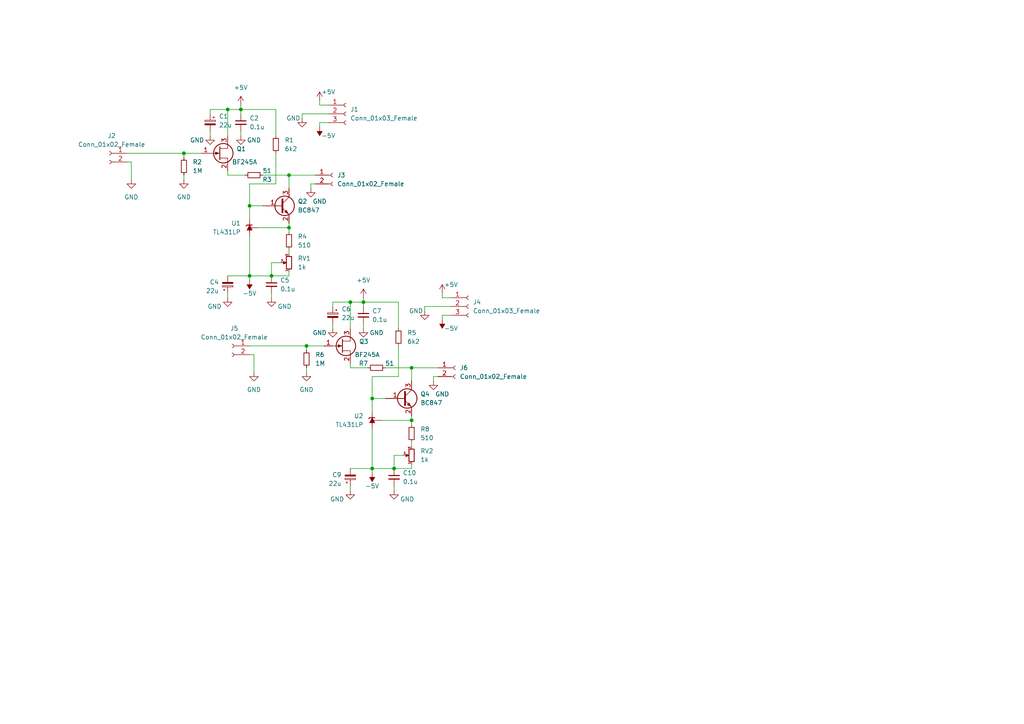
<source format=kicad_sch>
(kicad_sch
	(version 20250114)
	(generator "eeschema")
	(generator_version "9.0")
	(uuid "e63e39d7-6ac0-4ffd-8aa3-1841a4541b55")
	(paper "A4")
	(lib_symbols
		(symbol "Connector:Conn_01x02_Female"
			(pin_names
				(offset 1.016)
				(hide yes)
			)
			(exclude_from_sim no)
			(in_bom yes)
			(on_board yes)
			(property "Reference" "J"
				(at 0 2.54 0)
				(effects
					(font
						(size 1.27 1.27)
					)
				)
			)
			(property "Value" "Conn_01x02_Female"
				(at 0 -5.08 0)
				(effects
					(font
						(size 1.27 1.27)
					)
				)
			)
			(property "Footprint" ""
				(at 0 0 0)
				(effects
					(font
						(size 1.27 1.27)
					)
					(hide yes)
				)
			)
			(property "Datasheet" "~"
				(at 0 0 0)
				(effects
					(font
						(size 1.27 1.27)
					)
					(hide yes)
				)
			)
			(property "Description" "Generic connector, single row, 01x02, script generated (kicad-library-utils/schlib/autogen/connector/)"
				(at 0 0 0)
				(effects
					(font
						(size 1.27 1.27)
					)
					(hide yes)
				)
			)
			(property "ki_keywords" "connector"
				(at 0 0 0)
				(effects
					(font
						(size 1.27 1.27)
					)
					(hide yes)
				)
			)
			(property "ki_fp_filters" "Connector*:*_1x??_*"
				(at 0 0 0)
				(effects
					(font
						(size 1.27 1.27)
					)
					(hide yes)
				)
			)
			(symbol "Conn_01x02_Female_1_1"
				(polyline
					(pts
						(xy -1.27 0) (xy -0.508 0)
					)
					(stroke
						(width 0.1524)
						(type default)
					)
					(fill
						(type none)
					)
				)
				(polyline
					(pts
						(xy -1.27 -2.54) (xy -0.508 -2.54)
					)
					(stroke
						(width 0.1524)
						(type default)
					)
					(fill
						(type none)
					)
				)
				(arc
					(start 0 -0.508)
					(mid -0.5058 0)
					(end 0 0.508)
					(stroke
						(width 0.1524)
						(type default)
					)
					(fill
						(type none)
					)
				)
				(arc
					(start 0 -3.048)
					(mid -0.5058 -2.54)
					(end 0 -2.032)
					(stroke
						(width 0.1524)
						(type default)
					)
					(fill
						(type none)
					)
				)
				(pin passive line
					(at -5.08 0 0)
					(length 3.81)
					(name "Pin_1"
						(effects
							(font
								(size 1.27 1.27)
							)
						)
					)
					(number "1"
						(effects
							(font
								(size 1.27 1.27)
							)
						)
					)
				)
				(pin passive line
					(at -5.08 -2.54 0)
					(length 3.81)
					(name "Pin_2"
						(effects
							(font
								(size 1.27 1.27)
							)
						)
					)
					(number "2"
						(effects
							(font
								(size 1.27 1.27)
							)
						)
					)
				)
			)
			(embedded_fonts no)
		)
		(symbol "Connector:Conn_01x03_Female"
			(pin_names
				(offset 1.016)
				(hide yes)
			)
			(exclude_from_sim no)
			(in_bom yes)
			(on_board yes)
			(property "Reference" "J"
				(at 0 5.08 0)
				(effects
					(font
						(size 1.27 1.27)
					)
				)
			)
			(property "Value" "Conn_01x03_Female"
				(at 0 -5.08 0)
				(effects
					(font
						(size 1.27 1.27)
					)
				)
			)
			(property "Footprint" ""
				(at 0 0 0)
				(effects
					(font
						(size 1.27 1.27)
					)
					(hide yes)
				)
			)
			(property "Datasheet" "~"
				(at 0 0 0)
				(effects
					(font
						(size 1.27 1.27)
					)
					(hide yes)
				)
			)
			(property "Description" "Generic connector, single row, 01x03, script generated (kicad-library-utils/schlib/autogen/connector/)"
				(at 0 0 0)
				(effects
					(font
						(size 1.27 1.27)
					)
					(hide yes)
				)
			)
			(property "ki_keywords" "connector"
				(at 0 0 0)
				(effects
					(font
						(size 1.27 1.27)
					)
					(hide yes)
				)
			)
			(property "ki_fp_filters" "Connector*:*_1x??_*"
				(at 0 0 0)
				(effects
					(font
						(size 1.27 1.27)
					)
					(hide yes)
				)
			)
			(symbol "Conn_01x03_Female_1_1"
				(polyline
					(pts
						(xy -1.27 2.54) (xy -0.508 2.54)
					)
					(stroke
						(width 0.1524)
						(type default)
					)
					(fill
						(type none)
					)
				)
				(polyline
					(pts
						(xy -1.27 0) (xy -0.508 0)
					)
					(stroke
						(width 0.1524)
						(type default)
					)
					(fill
						(type none)
					)
				)
				(polyline
					(pts
						(xy -1.27 -2.54) (xy -0.508 -2.54)
					)
					(stroke
						(width 0.1524)
						(type default)
					)
					(fill
						(type none)
					)
				)
				(arc
					(start 0 2.032)
					(mid -0.5058 2.54)
					(end 0 3.048)
					(stroke
						(width 0.1524)
						(type default)
					)
					(fill
						(type none)
					)
				)
				(arc
					(start 0 -0.508)
					(mid -0.5058 0)
					(end 0 0.508)
					(stroke
						(width 0.1524)
						(type default)
					)
					(fill
						(type none)
					)
				)
				(arc
					(start 0 -3.048)
					(mid -0.5058 -2.54)
					(end 0 -2.032)
					(stroke
						(width 0.1524)
						(type default)
					)
					(fill
						(type none)
					)
				)
				(pin passive line
					(at -5.08 2.54 0)
					(length 3.81)
					(name "Pin_1"
						(effects
							(font
								(size 1.27 1.27)
							)
						)
					)
					(number "1"
						(effects
							(font
								(size 1.27 1.27)
							)
						)
					)
				)
				(pin passive line
					(at -5.08 0 0)
					(length 3.81)
					(name "Pin_2"
						(effects
							(font
								(size 1.27 1.27)
							)
						)
					)
					(number "2"
						(effects
							(font
								(size 1.27 1.27)
							)
						)
					)
				)
				(pin passive line
					(at -5.08 -2.54 0)
					(length 3.81)
					(name "Pin_3"
						(effects
							(font
								(size 1.27 1.27)
							)
						)
					)
					(number "3"
						(effects
							(font
								(size 1.27 1.27)
							)
						)
					)
				)
			)
			(embedded_fonts no)
		)
		(symbol "Device:C_Polarized_Small"
			(pin_numbers
				(hide yes)
			)
			(pin_names
				(offset 0.254)
				(hide yes)
			)
			(exclude_from_sim no)
			(in_bom yes)
			(on_board yes)
			(property "Reference" "C"
				(at 0.254 1.778 0)
				(effects
					(font
						(size 1.27 1.27)
					)
					(justify left)
				)
			)
			(property "Value" "C_Polarized_Small"
				(at 0.254 -2.032 0)
				(effects
					(font
						(size 1.27 1.27)
					)
					(justify left)
				)
			)
			(property "Footprint" ""
				(at 0 0 0)
				(effects
					(font
						(size 1.27 1.27)
					)
					(hide yes)
				)
			)
			(property "Datasheet" "~"
				(at 0 0 0)
				(effects
					(font
						(size 1.27 1.27)
					)
					(hide yes)
				)
			)
			(property "Description" "Polarized capacitor, small symbol"
				(at 0 0 0)
				(effects
					(font
						(size 1.27 1.27)
					)
					(hide yes)
				)
			)
			(property "ki_keywords" "cap capacitor"
				(at 0 0 0)
				(effects
					(font
						(size 1.27 1.27)
					)
					(hide yes)
				)
			)
			(property "ki_fp_filters" "CP_*"
				(at 0 0 0)
				(effects
					(font
						(size 1.27 1.27)
					)
					(hide yes)
				)
			)
			(symbol "C_Polarized_Small_0_1"
				(rectangle
					(start -1.524 0.6858)
					(end 1.524 0.3048)
					(stroke
						(width 0)
						(type default)
					)
					(fill
						(type none)
					)
				)
				(rectangle
					(start -1.524 -0.3048)
					(end 1.524 -0.6858)
					(stroke
						(width 0)
						(type default)
					)
					(fill
						(type outline)
					)
				)
				(polyline
					(pts
						(xy -1.27 1.524) (xy -0.762 1.524)
					)
					(stroke
						(width 0)
						(type default)
					)
					(fill
						(type none)
					)
				)
				(polyline
					(pts
						(xy -1.016 1.27) (xy -1.016 1.778)
					)
					(stroke
						(width 0)
						(type default)
					)
					(fill
						(type none)
					)
				)
			)
			(symbol "C_Polarized_Small_1_1"
				(pin passive line
					(at 0 2.54 270)
					(length 1.8542)
					(name "~"
						(effects
							(font
								(size 1.27 1.27)
							)
						)
					)
					(number "1"
						(effects
							(font
								(size 1.27 1.27)
							)
						)
					)
				)
				(pin passive line
					(at 0 -2.54 90)
					(length 1.8542)
					(name "~"
						(effects
							(font
								(size 1.27 1.27)
							)
						)
					)
					(number "2"
						(effects
							(font
								(size 1.27 1.27)
							)
						)
					)
				)
			)
			(embedded_fonts no)
		)
		(symbol "Device:C_Small"
			(pin_numbers
				(hide yes)
			)
			(pin_names
				(offset 0.254)
				(hide yes)
			)
			(exclude_from_sim no)
			(in_bom yes)
			(on_board yes)
			(property "Reference" "C"
				(at 0.254 1.778 0)
				(effects
					(font
						(size 1.27 1.27)
					)
					(justify left)
				)
			)
			(property "Value" "C_Small"
				(at 0.254 -2.032 0)
				(effects
					(font
						(size 1.27 1.27)
					)
					(justify left)
				)
			)
			(property "Footprint" ""
				(at 0 0 0)
				(effects
					(font
						(size 1.27 1.27)
					)
					(hide yes)
				)
			)
			(property "Datasheet" "~"
				(at 0 0 0)
				(effects
					(font
						(size 1.27 1.27)
					)
					(hide yes)
				)
			)
			(property "Description" "Unpolarized capacitor, small symbol"
				(at 0 0 0)
				(effects
					(font
						(size 1.27 1.27)
					)
					(hide yes)
				)
			)
			(property "ki_keywords" "capacitor cap"
				(at 0 0 0)
				(effects
					(font
						(size 1.27 1.27)
					)
					(hide yes)
				)
			)
			(property "ki_fp_filters" "C_*"
				(at 0 0 0)
				(effects
					(font
						(size 1.27 1.27)
					)
					(hide yes)
				)
			)
			(symbol "C_Small_0_1"
				(polyline
					(pts
						(xy -1.524 0.508) (xy 1.524 0.508)
					)
					(stroke
						(width 0.3048)
						(type default)
					)
					(fill
						(type none)
					)
				)
				(polyline
					(pts
						(xy -1.524 -0.508) (xy 1.524 -0.508)
					)
					(stroke
						(width 0.3302)
						(type default)
					)
					(fill
						(type none)
					)
				)
			)
			(symbol "C_Small_1_1"
				(pin passive line
					(at 0 2.54 270)
					(length 2.032)
					(name "~"
						(effects
							(font
								(size 1.27 1.27)
							)
						)
					)
					(number "1"
						(effects
							(font
								(size 1.27 1.27)
							)
						)
					)
				)
				(pin passive line
					(at 0 -2.54 90)
					(length 2.032)
					(name "~"
						(effects
							(font
								(size 1.27 1.27)
							)
						)
					)
					(number "2"
						(effects
							(font
								(size 1.27 1.27)
							)
						)
					)
				)
			)
			(embedded_fonts no)
		)
		(symbol "Device:R_Potentiometer_Small"
			(pin_names
				(offset 1.016)
				(hide yes)
			)
			(exclude_from_sim no)
			(in_bom yes)
			(on_board yes)
			(property "Reference" "RV"
				(at -4.445 0 90)
				(effects
					(font
						(size 1.27 1.27)
					)
				)
			)
			(property "Value" "R_Potentiometer_Small"
				(at -2.54 0 90)
				(effects
					(font
						(size 1.27 1.27)
					)
				)
			)
			(property "Footprint" ""
				(at 0 0 0)
				(effects
					(font
						(size 1.27 1.27)
					)
					(hide yes)
				)
			)
			(property "Datasheet" "~"
				(at 0 0 0)
				(effects
					(font
						(size 1.27 1.27)
					)
					(hide yes)
				)
			)
			(property "Description" "Potentiometer"
				(at 0 0 0)
				(effects
					(font
						(size 1.27 1.27)
					)
					(hide yes)
				)
			)
			(property "ki_keywords" "resistor variable"
				(at 0 0 0)
				(effects
					(font
						(size 1.27 1.27)
					)
					(hide yes)
				)
			)
			(property "ki_fp_filters" "Potentiometer*"
				(at 0 0 0)
				(effects
					(font
						(size 1.27 1.27)
					)
					(hide yes)
				)
			)
			(symbol "R_Potentiometer_Small_0_1"
				(rectangle
					(start 0.762 1.8034)
					(end -0.762 -1.8034)
					(stroke
						(width 0.254)
						(type default)
					)
					(fill
						(type none)
					)
				)
				(polyline
					(pts
						(xy 0.889 0) (xy 0.635 0) (xy 1.651 0.381) (xy 1.651 -0.381) (xy 0.635 0) (xy 0.889 0)
					)
					(stroke
						(width 0)
						(type default)
					)
					(fill
						(type outline)
					)
				)
			)
			(symbol "R_Potentiometer_Small_1_1"
				(pin passive line
					(at 0 2.54 270)
					(length 0.635)
					(name "1"
						(effects
							(font
								(size 0.635 0.635)
							)
						)
					)
					(number "1"
						(effects
							(font
								(size 0.635 0.635)
							)
						)
					)
				)
				(pin passive line
					(at 0 -2.54 90)
					(length 0.635)
					(name "3"
						(effects
							(font
								(size 0.635 0.635)
							)
						)
					)
					(number "3"
						(effects
							(font
								(size 0.635 0.635)
							)
						)
					)
				)
				(pin passive line
					(at 2.54 0 180)
					(length 0.9906)
					(name "2"
						(effects
							(font
								(size 0.635 0.635)
							)
						)
					)
					(number "2"
						(effects
							(font
								(size 0.635 0.635)
							)
						)
					)
				)
			)
			(embedded_fonts no)
		)
		(symbol "Device:R_Small"
			(pin_numbers
				(hide yes)
			)
			(pin_names
				(offset 0.254)
				(hide yes)
			)
			(exclude_from_sim no)
			(in_bom yes)
			(on_board yes)
			(property "Reference" "R"
				(at 0.762 0.508 0)
				(effects
					(font
						(size 1.27 1.27)
					)
					(justify left)
				)
			)
			(property "Value" "R_Small"
				(at 0.762 -1.016 0)
				(effects
					(font
						(size 1.27 1.27)
					)
					(justify left)
				)
			)
			(property "Footprint" ""
				(at 0 0 0)
				(effects
					(font
						(size 1.27 1.27)
					)
					(hide yes)
				)
			)
			(property "Datasheet" "~"
				(at 0 0 0)
				(effects
					(font
						(size 1.27 1.27)
					)
					(hide yes)
				)
			)
			(property "Description" "Resistor, small symbol"
				(at 0 0 0)
				(effects
					(font
						(size 1.27 1.27)
					)
					(hide yes)
				)
			)
			(property "ki_keywords" "R resistor"
				(at 0 0 0)
				(effects
					(font
						(size 1.27 1.27)
					)
					(hide yes)
				)
			)
			(property "ki_fp_filters" "R_*"
				(at 0 0 0)
				(effects
					(font
						(size 1.27 1.27)
					)
					(hide yes)
				)
			)
			(symbol "R_Small_0_1"
				(rectangle
					(start -0.762 1.778)
					(end 0.762 -1.778)
					(stroke
						(width 0.2032)
						(type default)
					)
					(fill
						(type none)
					)
				)
			)
			(symbol "R_Small_1_1"
				(pin passive line
					(at 0 2.54 270)
					(length 0.762)
					(name "~"
						(effects
							(font
								(size 1.27 1.27)
							)
						)
					)
					(number "1"
						(effects
							(font
								(size 1.27 1.27)
							)
						)
					)
				)
				(pin passive line
					(at 0 -2.54 90)
					(length 0.762)
					(name "~"
						(effects
							(font
								(size 1.27 1.27)
							)
						)
					)
					(number "2"
						(effects
							(font
								(size 1.27 1.27)
							)
						)
					)
				)
			)
			(embedded_fonts no)
		)
		(symbol "Reference_Voltage:TL431LP"
			(pin_numbers
				(hide yes)
			)
			(pin_names
				(hide yes)
			)
			(exclude_from_sim no)
			(in_bom yes)
			(on_board yes)
			(property "Reference" "U"
				(at -2.54 2.54 0)
				(effects
					(font
						(size 1.27 1.27)
					)
				)
			)
			(property "Value" "TL431LP"
				(at 0 -2.54 0)
				(effects
					(font
						(size 1.27 1.27)
					)
				)
			)
			(property "Footprint" "Package_TO_SOT_THT:TO-92_Inline"
				(at 0 -3.81 0)
				(effects
					(font
						(size 1.27 1.27)
						(italic yes)
					)
					(hide yes)
				)
			)
			(property "Datasheet" "http://www.ti.com/lit/ds/symlink/tl431.pdf"
				(at 0 0 0)
				(effects
					(font
						(size 1.27 1.27)
						(italic yes)
					)
					(hide yes)
				)
			)
			(property "Description" "Shunt Regulator, TO-92"
				(at 0 0 0)
				(effects
					(font
						(size 1.27 1.27)
					)
					(hide yes)
				)
			)
			(property "ki_keywords" "diode device regulator shunt"
				(at 0 0 0)
				(effects
					(font
						(size 1.27 1.27)
					)
					(hide yes)
				)
			)
			(property "ki_fp_filters" "TO*92*"
				(at 0 0 0)
				(effects
					(font
						(size 1.27 1.27)
					)
					(hide yes)
				)
			)
			(symbol "TL431LP_0_1"
				(polyline
					(pts
						(xy -1.27 0) (xy 0 0) (xy 1.27 0)
					)
					(stroke
						(width 0)
						(type default)
					)
					(fill
						(type none)
					)
				)
				(polyline
					(pts
						(xy -0.762 0.762) (xy 0.762 0) (xy -0.762 -0.762)
					)
					(stroke
						(width 0)
						(type default)
					)
					(fill
						(type outline)
					)
				)
				(polyline
					(pts
						(xy 0.508 -1.016) (xy 0.762 -0.762) (xy 0.762 0.762) (xy 0.762 0.762)
					)
					(stroke
						(width 0.254)
						(type default)
					)
					(fill
						(type none)
					)
				)
			)
			(symbol "TL431LP_1_1"
				(pin passive line
					(at -2.54 0 0)
					(length 2.54)
					(name "A"
						(effects
							(font
								(size 1.27 1.27)
							)
						)
					)
					(number "2"
						(effects
							(font
								(size 1.27 1.27)
							)
						)
					)
				)
				(pin passive line
					(at 0 2.54 270)
					(length 2.54)
					(name "REF"
						(effects
							(font
								(size 1.27 1.27)
							)
						)
					)
					(number "1"
						(effects
							(font
								(size 1.27 1.27)
							)
						)
					)
				)
				(pin passive line
					(at 2.54 0 180)
					(length 2.54)
					(name "K"
						(effects
							(font
								(size 1.27 1.27)
							)
						)
					)
					(number "3"
						(effects
							(font
								(size 1.27 1.27)
							)
						)
					)
				)
			)
			(embedded_fonts no)
		)
		(symbol "Transistor_BJT:BC847"
			(pin_names
				(offset 0)
				(hide yes)
			)
			(exclude_from_sim no)
			(in_bom yes)
			(on_board yes)
			(property "Reference" "Q"
				(at 5.08 1.905 0)
				(effects
					(font
						(size 1.27 1.27)
					)
					(justify left)
				)
			)
			(property "Value" "BC847"
				(at 5.08 0 0)
				(effects
					(font
						(size 1.27 1.27)
					)
					(justify left)
				)
			)
			(property "Footprint" "Package_TO_SOT_SMD:SOT-23"
				(at 5.08 -1.905 0)
				(effects
					(font
						(size 1.27 1.27)
						(italic yes)
					)
					(justify left)
					(hide yes)
				)
			)
			(property "Datasheet" "http://www.infineon.com/dgdl/Infineon-BC847SERIES_BC848SERIES_BC849SERIES_BC850SERIES-DS-v01_01-en.pdf?fileId=db3a304314dca389011541d4630a1657"
				(at 0 0 0)
				(effects
					(font
						(size 1.27 1.27)
					)
					(justify left)
					(hide yes)
				)
			)
			(property "Description" "0.1A Ic, 45V Vce, NPN Transistor, SOT-23"
				(at 0 0 0)
				(effects
					(font
						(size 1.27 1.27)
					)
					(hide yes)
				)
			)
			(property "ki_keywords" "NPN Small Signal Transistor"
				(at 0 0 0)
				(effects
					(font
						(size 1.27 1.27)
					)
					(hide yes)
				)
			)
			(property "ki_fp_filters" "SOT?23*"
				(at 0 0 0)
				(effects
					(font
						(size 1.27 1.27)
					)
					(hide yes)
				)
			)
			(symbol "BC847_0_1"
				(polyline
					(pts
						(xy 0.635 1.905) (xy 0.635 -1.905) (xy 0.635 -1.905)
					)
					(stroke
						(width 0.508)
						(type default)
					)
					(fill
						(type none)
					)
				)
				(polyline
					(pts
						(xy 0.635 0.635) (xy 2.54 2.54)
					)
					(stroke
						(width 0)
						(type default)
					)
					(fill
						(type none)
					)
				)
				(polyline
					(pts
						(xy 0.635 -0.635) (xy 2.54 -2.54) (xy 2.54 -2.54)
					)
					(stroke
						(width 0)
						(type default)
					)
					(fill
						(type none)
					)
				)
				(circle
					(center 1.27 0)
					(radius 2.8194)
					(stroke
						(width 0.254)
						(type default)
					)
					(fill
						(type none)
					)
				)
				(polyline
					(pts
						(xy 1.27 -1.778) (xy 1.778 -1.27) (xy 2.286 -2.286) (xy 1.27 -1.778) (xy 1.27 -1.778)
					)
					(stroke
						(width 0)
						(type default)
					)
					(fill
						(type outline)
					)
				)
			)
			(symbol "BC847_1_1"
				(pin input line
					(at -5.08 0 0)
					(length 5.715)
					(name "B"
						(effects
							(font
								(size 1.27 1.27)
							)
						)
					)
					(number "1"
						(effects
							(font
								(size 1.27 1.27)
							)
						)
					)
				)
				(pin passive line
					(at 2.54 5.08 270)
					(length 2.54)
					(name "C"
						(effects
							(font
								(size 1.27 1.27)
							)
						)
					)
					(number "3"
						(effects
							(font
								(size 1.27 1.27)
							)
						)
					)
				)
				(pin passive line
					(at 2.54 -5.08 90)
					(length 2.54)
					(name "E"
						(effects
							(font
								(size 1.27 1.27)
							)
						)
					)
					(number "2"
						(effects
							(font
								(size 1.27 1.27)
							)
						)
					)
				)
			)
			(embedded_fonts no)
		)
		(symbol "Transistor_FET:BF245A"
			(pin_names
				(hide yes)
			)
			(exclude_from_sim no)
			(in_bom yes)
			(on_board yes)
			(property "Reference" "Q"
				(at 5.08 1.905 0)
				(effects
					(font
						(size 1.27 1.27)
					)
					(justify left)
				)
			)
			(property "Value" "BF245A"
				(at 5.08 0 0)
				(effects
					(font
						(size 1.27 1.27)
					)
					(justify left)
				)
			)
			(property "Footprint" "Package_TO_SOT_THT:TO-92_Inline"
				(at 5.08 -1.905 0)
				(effects
					(font
						(size 1.27 1.27)
						(italic yes)
					)
					(justify left)
					(hide yes)
				)
			)
			(property "Datasheet" "https://www.onsemi.com/pub/Collateral/BF245A-D.PDF"
				(at 0 0 0)
				(effects
					(font
						(size 1.27 1.27)
					)
					(justify left)
					(hide yes)
				)
			)
			(property "Description" "50mA Id, 30V Vgs, N-Channel FET Transistor, TO-92"
				(at 0 0 0)
				(effects
					(font
						(size 1.27 1.27)
					)
					(hide yes)
				)
			)
			(property "ki_keywords" "N-Channel FET Transistor Low Voltage"
				(at 0 0 0)
				(effects
					(font
						(size 1.27 1.27)
					)
					(hide yes)
				)
			)
			(property "ki_fp_filters" "TO?92*"
				(at 0 0 0)
				(effects
					(font
						(size 1.27 1.27)
					)
					(hide yes)
				)
			)
			(symbol "BF245A_0_1"
				(polyline
					(pts
						(xy 0 0) (xy -1.016 0.381) (xy -1.016 -0.381) (xy 0 0)
					)
					(stroke
						(width 0)
						(type default)
					)
					(fill
						(type outline)
					)
				)
				(polyline
					(pts
						(xy 0.254 1.905) (xy 0.254 -1.905)
					)
					(stroke
						(width 0.254)
						(type default)
					)
					(fill
						(type none)
					)
				)
				(polyline
					(pts
						(xy 0.254 0) (xy -2.54 0)
					)
					(stroke
						(width 0)
						(type default)
					)
					(fill
						(type none)
					)
				)
				(circle
					(center 1.27 0)
					(radius 2.8194)
					(stroke
						(width 0.254)
						(type default)
					)
					(fill
						(type none)
					)
				)
				(polyline
					(pts
						(xy 2.54 2.54) (xy 2.54 1.397) (xy 0.254 1.397)
					)
					(stroke
						(width 0)
						(type default)
					)
					(fill
						(type none)
					)
				)
				(polyline
					(pts
						(xy 2.54 -2.54) (xy 2.54 -1.397) (xy 0.254 -1.397)
					)
					(stroke
						(width 0)
						(type default)
					)
					(fill
						(type none)
					)
				)
			)
			(symbol "BF245A_1_1"
				(pin input line
					(at -5.08 0 0)
					(length 2.54)
					(name "G"
						(effects
							(font
								(size 1.27 1.27)
							)
						)
					)
					(number "1"
						(effects
							(font
								(size 1.27 1.27)
							)
						)
					)
				)
				(pin passive line
					(at 2.54 5.08 270)
					(length 2.54)
					(name "D"
						(effects
							(font
								(size 1.27 1.27)
							)
						)
					)
					(number "3"
						(effects
							(font
								(size 1.27 1.27)
							)
						)
					)
				)
				(pin passive line
					(at 2.54 -5.08 90)
					(length 2.54)
					(name "S"
						(effects
							(font
								(size 1.27 1.27)
							)
						)
					)
					(number "2"
						(effects
							(font
								(size 1.27 1.27)
							)
						)
					)
				)
			)
			(embedded_fonts no)
		)
		(symbol "power:+5V"
			(power)
			(pin_names
				(offset 0)
			)
			(exclude_from_sim no)
			(in_bom yes)
			(on_board yes)
			(property "Reference" "#PWR"
				(at 0 -3.81 0)
				(effects
					(font
						(size 1.27 1.27)
					)
					(hide yes)
				)
			)
			(property "Value" "+5V"
				(at 0 3.556 0)
				(effects
					(font
						(size 1.27 1.27)
					)
				)
			)
			(property "Footprint" ""
				(at 0 0 0)
				(effects
					(font
						(size 1.27 1.27)
					)
					(hide yes)
				)
			)
			(property "Datasheet" ""
				(at 0 0 0)
				(effects
					(font
						(size 1.27 1.27)
					)
					(hide yes)
				)
			)
			(property "Description" "Power symbol creates a global label with name \"+5V\""
				(at 0 0 0)
				(effects
					(font
						(size 1.27 1.27)
					)
					(hide yes)
				)
			)
			(property "ki_keywords" "power-flag"
				(at 0 0 0)
				(effects
					(font
						(size 1.27 1.27)
					)
					(hide yes)
				)
			)
			(symbol "+5V_0_1"
				(polyline
					(pts
						(xy -0.762 1.27) (xy 0 2.54)
					)
					(stroke
						(width 0)
						(type default)
					)
					(fill
						(type none)
					)
				)
				(polyline
					(pts
						(xy 0 2.54) (xy 0.762 1.27)
					)
					(stroke
						(width 0)
						(type default)
					)
					(fill
						(type none)
					)
				)
				(polyline
					(pts
						(xy 0 0) (xy 0 2.54)
					)
					(stroke
						(width 0)
						(type default)
					)
					(fill
						(type none)
					)
				)
			)
			(symbol "+5V_1_1"
				(pin power_in line
					(at 0 0 90)
					(length 0)
					(hide yes)
					(name "+5V"
						(effects
							(font
								(size 1.27 1.27)
							)
						)
					)
					(number "1"
						(effects
							(font
								(size 1.27 1.27)
							)
						)
					)
				)
			)
			(embedded_fonts no)
		)
		(symbol "power:-5V"
			(power)
			(pin_names
				(offset 0)
			)
			(exclude_from_sim no)
			(in_bom yes)
			(on_board yes)
			(property "Reference" "#PWR"
				(at 0 2.54 0)
				(effects
					(font
						(size 1.27 1.27)
					)
					(hide yes)
				)
			)
			(property "Value" "-5V"
				(at 0 3.81 0)
				(effects
					(font
						(size 1.27 1.27)
					)
				)
			)
			(property "Footprint" ""
				(at 0 0 0)
				(effects
					(font
						(size 1.27 1.27)
					)
					(hide yes)
				)
			)
			(property "Datasheet" ""
				(at 0 0 0)
				(effects
					(font
						(size 1.27 1.27)
					)
					(hide yes)
				)
			)
			(property "Description" "Power symbol creates a global label with name \"-5V\""
				(at 0 0 0)
				(effects
					(font
						(size 1.27 1.27)
					)
					(hide yes)
				)
			)
			(property "ki_keywords" "power-flag"
				(at 0 0 0)
				(effects
					(font
						(size 1.27 1.27)
					)
					(hide yes)
				)
			)
			(symbol "-5V_0_0"
				(pin power_in line
					(at 0 0 90)
					(length 0)
					(hide yes)
					(name "-5V"
						(effects
							(font
								(size 1.27 1.27)
							)
						)
					)
					(number "1"
						(effects
							(font
								(size 1.27 1.27)
							)
						)
					)
				)
			)
			(symbol "-5V_0_1"
				(polyline
					(pts
						(xy 0 0) (xy 0 1.27) (xy 0.762 1.27) (xy 0 2.54) (xy -0.762 1.27) (xy 0 1.27)
					)
					(stroke
						(width 0)
						(type default)
					)
					(fill
						(type outline)
					)
				)
			)
			(embedded_fonts no)
		)
		(symbol "power:GND"
			(power)
			(pin_names
				(offset 0)
			)
			(exclude_from_sim no)
			(in_bom yes)
			(on_board yes)
			(property "Reference" "#PWR"
				(at 0 -6.35 0)
				(effects
					(font
						(size 1.27 1.27)
					)
					(hide yes)
				)
			)
			(property "Value" "GND"
				(at 0 -3.81 0)
				(effects
					(font
						(size 1.27 1.27)
					)
				)
			)
			(property "Footprint" ""
				(at 0 0 0)
				(effects
					(font
						(size 1.27 1.27)
					)
					(hide yes)
				)
			)
			(property "Datasheet" ""
				(at 0 0 0)
				(effects
					(font
						(size 1.27 1.27)
					)
					(hide yes)
				)
			)
			(property "Description" "Power symbol creates a global label with name \"GND\" , ground"
				(at 0 0 0)
				(effects
					(font
						(size 1.27 1.27)
					)
					(hide yes)
				)
			)
			(property "ki_keywords" "power-flag"
				(at 0 0 0)
				(effects
					(font
						(size 1.27 1.27)
					)
					(hide yes)
				)
			)
			(symbol "GND_0_1"
				(polyline
					(pts
						(xy 0 0) (xy 0 -1.27) (xy 1.27 -1.27) (xy 0 -2.54) (xy -1.27 -1.27) (xy 0 -1.27)
					)
					(stroke
						(width 0)
						(type default)
					)
					(fill
						(type none)
					)
				)
			)
			(symbol "GND_1_1"
				(pin power_in line
					(at 0 0 270)
					(length 0)
					(hide yes)
					(name "GND"
						(effects
							(font
								(size 1.27 1.27)
							)
						)
					)
					(number "1"
						(effects
							(font
								(size 1.27 1.27)
							)
						)
					)
				)
			)
			(embedded_fonts no)
		)
	)
	(junction
		(at 107.95 115.57)
		(diameter 0)
		(color 0 0 0 0)
		(uuid "038a1366-461c-4f78-972b-8d4062b6d500")
	)
	(junction
		(at 69.85 31.75)
		(diameter 0)
		(color 0 0 0 0)
		(uuid "0b5df9fd-80c7-4607-a501-692697b939ee")
	)
	(junction
		(at 83.82 50.8)
		(diameter 0)
		(color 0 0 0 0)
		(uuid "43e1df36-c5cc-49dc-823b-2c8bff4ba413")
	)
	(junction
		(at 119.38 121.92)
		(diameter 0)
		(color 0 0 0 0)
		(uuid "83350cd2-684a-4c55-94c4-52477d908986")
	)
	(junction
		(at 88.9 100.33)
		(diameter 0)
		(color 0 0 0 0)
		(uuid "875721b4-66b6-412c-b49f-4d3d435f7ccf")
	)
	(junction
		(at 78.74 80.01)
		(diameter 0)
		(color 0 0 0 0)
		(uuid "8a515d82-fe0b-45c6-8b61-07db7eef455c")
	)
	(junction
		(at 66.04 31.75)
		(diameter 0)
		(color 0 0 0 0)
		(uuid "8bf63b13-7efe-45c5-bce8-3156a11cabd2")
	)
	(junction
		(at 105.41 87.63)
		(diameter 0)
		(color 0 0 0 0)
		(uuid "946f5e74-a879-414a-a8d9-042a039b2e1b")
	)
	(junction
		(at 119.38 106.68)
		(diameter 0)
		(color 0 0 0 0)
		(uuid "9c18a05c-546a-4328-a428-918e79f52f2c")
	)
	(junction
		(at 101.6 87.63)
		(diameter 0)
		(color 0 0 0 0)
		(uuid "ad5f77e2-b3bc-4ddd-b348-c9672f439af0")
	)
	(junction
		(at 72.39 80.01)
		(diameter 0)
		(color 0 0 0 0)
		(uuid "b0db292d-ee9c-4e78-8a5f-fc82e4de10b0")
	)
	(junction
		(at 107.95 135.89)
		(diameter 0)
		(color 0 0 0 0)
		(uuid "b15de104-ac6a-4a30-9615-faec08d19589")
	)
	(junction
		(at 83.82 66.04)
		(diameter 0)
		(color 0 0 0 0)
		(uuid "c8dfe0af-cf97-4c60-9f49-c55975605cda")
	)
	(junction
		(at 72.39 59.69)
		(diameter 0)
		(color 0 0 0 0)
		(uuid "d7cb1f60-717f-42d3-81ab-ed814b626558")
	)
	(junction
		(at 114.3 135.89)
		(diameter 0)
		(color 0 0 0 0)
		(uuid "e52136b2-dadf-47b2-a240-302c8e3f3642")
	)
	(junction
		(at 53.34 44.45)
		(diameter 0)
		(color 0 0 0 0)
		(uuid "ff991c36-e6d2-4301-a90b-2c025ba4a1f0")
	)
	(wire
		(pts
			(xy 58.42 44.45) (xy 53.34 44.45)
		)
		(stroke
			(width 0)
			(type default)
		)
		(uuid "017ace7d-49c3-4e45-ac38-c7d2fd7c2434")
	)
	(wire
		(pts
			(xy 72.39 80.01) (xy 78.74 80.01)
		)
		(stroke
			(width 0)
			(type default)
		)
		(uuid "03215252-49c6-4df0-9283-d2118213582c")
	)
	(wire
		(pts
			(xy 107.95 115.57) (xy 107.95 119.38)
		)
		(stroke
			(width 0)
			(type default)
		)
		(uuid "05383eb9-67e8-43f3-9a27-e75d67bd0686")
	)
	(wire
		(pts
			(xy 116.84 132.08) (xy 114.3 132.08)
		)
		(stroke
			(width 0)
			(type default)
		)
		(uuid "09ac52ee-06e5-4356-86db-dc03779a4e24")
	)
	(wire
		(pts
			(xy 69.85 31.75) (xy 80.01 31.75)
		)
		(stroke
			(width 0)
			(type default)
		)
		(uuid "0b3ea835-be83-43cf-9894-5881b03e1e3d")
	)
	(wire
		(pts
			(xy 101.6 87.63) (xy 105.41 87.63)
		)
		(stroke
			(width 0)
			(type default)
		)
		(uuid "0bb059f4-e8ec-4687-97b2-35f59f1d3e86")
	)
	(wire
		(pts
			(xy 101.6 106.68) (xy 106.68 106.68)
		)
		(stroke
			(width 0)
			(type default)
		)
		(uuid "0c9a7eab-3d31-4d7d-aa20-0e4bda530a53")
	)
	(wire
		(pts
			(xy 107.95 124.46) (xy 107.95 135.89)
		)
		(stroke
			(width 0)
			(type default)
		)
		(uuid "167221e9-e4ae-45f9-8ec3-a2be4bb85cae")
	)
	(wire
		(pts
			(xy 83.82 64.77) (xy 83.82 66.04)
		)
		(stroke
			(width 0)
			(type default)
		)
		(uuid "17a8c3d5-4dbe-4a77-9e63-786f86291d3f")
	)
	(wire
		(pts
			(xy 128.27 85.09) (xy 128.27 86.36)
		)
		(stroke
			(width 0)
			(type default)
		)
		(uuid "18248c18-2b74-478f-9482-eb4bb8569ad3")
	)
	(wire
		(pts
			(xy 69.85 31.75) (xy 69.85 33.02)
		)
		(stroke
			(width 0)
			(type default)
		)
		(uuid "1eb3aed7-c3a8-44ab-8523-673c9a156979")
	)
	(wire
		(pts
			(xy 83.82 54.61) (xy 83.82 50.8)
		)
		(stroke
			(width 0)
			(type default)
		)
		(uuid "1fba652d-1be6-4765-a90f-694b3a01941f")
	)
	(wire
		(pts
			(xy 105.41 93.98) (xy 105.41 95.25)
		)
		(stroke
			(width 0)
			(type default)
		)
		(uuid "20b4dc0e-5104-47fd-bd38-f61fa4c449a9")
	)
	(wire
		(pts
			(xy 114.3 135.89) (xy 119.38 135.89)
		)
		(stroke
			(width 0)
			(type default)
		)
		(uuid "22c8e838-d866-4a49-b206-64c9e4c5a4cb")
	)
	(wire
		(pts
			(xy 66.04 31.75) (xy 69.85 31.75)
		)
		(stroke
			(width 0)
			(type default)
		)
		(uuid "24d73c88-10ae-4222-9d3e-27ad60554402")
	)
	(wire
		(pts
			(xy 119.38 128.27) (xy 119.38 129.54)
		)
		(stroke
			(width 0)
			(type default)
		)
		(uuid "2538ebe2-05d8-4467-8f99-0019d23821fb")
	)
	(wire
		(pts
			(xy 78.74 80.01) (xy 83.82 80.01)
		)
		(stroke
			(width 0)
			(type default)
		)
		(uuid "2912f17c-47f9-4268-a205-8b8def52fc03")
	)
	(wire
		(pts
			(xy 119.38 120.65) (xy 119.38 121.92)
		)
		(stroke
			(width 0)
			(type default)
		)
		(uuid "292233f7-73a2-49c1-b869-edff6aa2f84e")
	)
	(wire
		(pts
			(xy 107.95 135.89) (xy 114.3 135.89)
		)
		(stroke
			(width 0)
			(type default)
		)
		(uuid "2a415ff8-4836-472f-a9ed-313d82a1db20")
	)
	(wire
		(pts
			(xy 83.82 72.39) (xy 83.82 73.66)
		)
		(stroke
			(width 0)
			(type default)
		)
		(uuid "2a9fc020-14ec-41d3-8ab5-4b5a46d2da31")
	)
	(wire
		(pts
			(xy 90.17 53.34) (xy 91.44 53.34)
		)
		(stroke
			(width 0)
			(type default)
		)
		(uuid "2ed98d99-4472-4b3b-9f02-edc4ecbe7eb4")
	)
	(wire
		(pts
			(xy 125.73 110.49) (xy 125.73 109.22)
		)
		(stroke
			(width 0)
			(type default)
		)
		(uuid "2f827019-f0a2-4408-bb16-f03276b47da7")
	)
	(wire
		(pts
			(xy 111.76 106.68) (xy 119.38 106.68)
		)
		(stroke
			(width 0)
			(type default)
		)
		(uuid "342537dd-d73a-4ee6-b7c1-0ad55da70049")
	)
	(wire
		(pts
			(xy 114.3 140.97) (xy 114.3 142.24)
		)
		(stroke
			(width 0)
			(type default)
		)
		(uuid "3a257af1-b662-48fb-8967-abd935a7f34a")
	)
	(wire
		(pts
			(xy 72.39 59.69) (xy 76.2 59.69)
		)
		(stroke
			(width 0)
			(type default)
		)
		(uuid "3ac3ef98-483b-4b3e-ac5a-3d2b836d8239")
	)
	(wire
		(pts
			(xy 66.04 50.8) (xy 71.12 50.8)
		)
		(stroke
			(width 0)
			(type default)
		)
		(uuid "3de1695c-00da-4ae0-b9fc-8c4991bcfa9e")
	)
	(wire
		(pts
			(xy 128.27 91.44) (xy 128.27 92.71)
		)
		(stroke
			(width 0)
			(type default)
		)
		(uuid "3f6d3f5e-49a3-4df6-b1a6-9cccec9e1466")
	)
	(wire
		(pts
			(xy 72.39 100.33) (xy 88.9 100.33)
		)
		(stroke
			(width 0)
			(type default)
		)
		(uuid "4dd1dd64-8d30-44a0-9948-0259b882d5e3")
	)
	(wire
		(pts
			(xy 90.17 54.61) (xy 90.17 53.34)
		)
		(stroke
			(width 0)
			(type default)
		)
		(uuid "5097da22-bb79-4140-abcd-4f08d9aae09c")
	)
	(wire
		(pts
			(xy 95.25 35.56) (xy 92.71 35.56)
		)
		(stroke
			(width 0)
			(type default)
		)
		(uuid "53a19a4e-9080-49f2-a5c0-0f03cd2ede99")
	)
	(wire
		(pts
			(xy 119.38 110.49) (xy 119.38 106.68)
		)
		(stroke
			(width 0)
			(type default)
		)
		(uuid "59c90331-6ec2-497c-8b5e-b0f9d3aaf02c")
	)
	(wire
		(pts
			(xy 96.52 88.9) (xy 96.52 87.63)
		)
		(stroke
			(width 0)
			(type default)
		)
		(uuid "5ae55fa7-803b-4e34-8727-d4e2d349f4a1")
	)
	(wire
		(pts
			(xy 83.82 66.04) (xy 83.82 67.31)
		)
		(stroke
			(width 0)
			(type default)
		)
		(uuid "5e0a4cc2-2716-475c-9449-b34673d09069")
	)
	(wire
		(pts
			(xy 87.63 33.02) (xy 95.25 33.02)
		)
		(stroke
			(width 0)
			(type default)
		)
		(uuid "5f100565-2a18-4619-83b8-d9189954c37c")
	)
	(wire
		(pts
			(xy 101.6 140.97) (xy 101.6 142.24)
		)
		(stroke
			(width 0)
			(type default)
		)
		(uuid "606c1770-f240-4711-8973-c493425e6f6a")
	)
	(wire
		(pts
			(xy 101.6 106.68) (xy 101.6 105.41)
		)
		(stroke
			(width 0)
			(type default)
		)
		(uuid "60b2e643-ea11-4afe-9f55-81a407f14436")
	)
	(wire
		(pts
			(xy 38.1 52.07) (xy 38.1 46.99)
		)
		(stroke
			(width 0)
			(type default)
		)
		(uuid "64be6b16-6b01-4cfb-a5f3-72ec3d1fa566")
	)
	(wire
		(pts
			(xy 105.41 86.36) (xy 105.41 87.63)
		)
		(stroke
			(width 0)
			(type default)
		)
		(uuid "68b5cee3-07c9-4c13-9312-57d9c8ec7316")
	)
	(wire
		(pts
			(xy 72.39 53.34) (xy 72.39 59.69)
		)
		(stroke
			(width 0)
			(type default)
		)
		(uuid "693d8a14-ae61-4b0a-8e0b-4751ff4101df")
	)
	(wire
		(pts
			(xy 78.74 76.2) (xy 78.74 80.01)
		)
		(stroke
			(width 0)
			(type default)
		)
		(uuid "71e07632-7b50-4ff1-920c-9665b3bf3427")
	)
	(wire
		(pts
			(xy 53.34 44.45) (xy 53.34 45.72)
		)
		(stroke
			(width 0)
			(type default)
		)
		(uuid "766833b9-0d48-4334-ac38-132e41787a5b")
	)
	(wire
		(pts
			(xy 114.3 132.08) (xy 114.3 135.89)
		)
		(stroke
			(width 0)
			(type default)
		)
		(uuid "777993ae-0d1b-4870-bd92-0563e8f87b13")
	)
	(wire
		(pts
			(xy 83.82 50.8) (xy 91.44 50.8)
		)
		(stroke
			(width 0)
			(type default)
		)
		(uuid "777b3a65-acf4-4db0-8910-5c6a0c8395a6")
	)
	(wire
		(pts
			(xy 107.95 115.57) (xy 111.76 115.57)
		)
		(stroke
			(width 0)
			(type default)
		)
		(uuid "7a8f9c5e-0ee0-4dac-aeee-9fcd4de3acea")
	)
	(wire
		(pts
			(xy 123.19 90.17) (xy 123.19 88.9)
		)
		(stroke
			(width 0)
			(type default)
		)
		(uuid "7f6b3925-51c8-4a42-aa49-ff4dc36808d2")
	)
	(wire
		(pts
			(xy 119.38 134.62) (xy 119.38 135.89)
		)
		(stroke
			(width 0)
			(type default)
		)
		(uuid "820fe55e-5151-482c-92e7-0a3480fa7bb3")
	)
	(wire
		(pts
			(xy 80.01 39.37) (xy 80.01 31.75)
		)
		(stroke
			(width 0)
			(type default)
		)
		(uuid "895bd152-edb5-4360-bc90-0696d3a715be")
	)
	(wire
		(pts
			(xy 87.63 34.29) (xy 87.63 33.02)
		)
		(stroke
			(width 0)
			(type default)
		)
		(uuid "8b743cce-bf11-434b-b34a-4a74e0ac2cf0")
	)
	(wire
		(pts
			(xy 80.01 53.34) (xy 80.01 44.45)
		)
		(stroke
			(width 0)
			(type default)
		)
		(uuid "8d05fbde-44e9-4ded-9728-d5c362f6a2ba")
	)
	(wire
		(pts
			(xy 72.39 80.01) (xy 72.39 81.28)
		)
		(stroke
			(width 0)
			(type default)
		)
		(uuid "8d1a1f0e-e3ea-4c73-bf94-6f331fcd24d8")
	)
	(wire
		(pts
			(xy 92.71 35.56) (xy 92.71 36.83)
		)
		(stroke
			(width 0)
			(type default)
		)
		(uuid "949c40d3-e396-46bf-97a9-119b1e6bb294")
	)
	(wire
		(pts
			(xy 53.34 50.8) (xy 53.34 52.07)
		)
		(stroke
			(width 0)
			(type default)
		)
		(uuid "9a5290f8-afba-46ac-a188-7c9a27161e9a")
	)
	(wire
		(pts
			(xy 69.85 38.1) (xy 69.85 39.37)
		)
		(stroke
			(width 0)
			(type default)
		)
		(uuid "9bbf1a49-0c7b-46f2-876a-8f4ad03c63f8")
	)
	(wire
		(pts
			(xy 72.39 102.87) (xy 73.66 102.87)
		)
		(stroke
			(width 0)
			(type default)
		)
		(uuid "a026cc71-4db7-4c04-9710-6c0849db3f98")
	)
	(wire
		(pts
			(xy 72.39 53.34) (xy 80.01 53.34)
		)
		(stroke
			(width 0)
			(type default)
		)
		(uuid "a0986669-b062-4a56-9b01-2fd820d38d30")
	)
	(wire
		(pts
			(xy 88.9 106.68) (xy 88.9 107.95)
		)
		(stroke
			(width 0)
			(type default)
		)
		(uuid "a84653c0-56e0-4fb3-89af-f727c957ed96")
	)
	(wire
		(pts
			(xy 107.95 109.22) (xy 107.95 115.57)
		)
		(stroke
			(width 0)
			(type default)
		)
		(uuid "ad0e8af4-a598-4b3f-8b78-fc237b6e00c6")
	)
	(wire
		(pts
			(xy 107.95 109.22) (xy 115.57 109.22)
		)
		(stroke
			(width 0)
			(type default)
		)
		(uuid "af20ab23-b038-4d52-bdc7-34fa546dd1c9")
	)
	(wire
		(pts
			(xy 125.73 109.22) (xy 127 109.22)
		)
		(stroke
			(width 0)
			(type default)
		)
		(uuid "b02af7db-990e-4ec2-868b-0bdbd52eacf1")
	)
	(wire
		(pts
			(xy 119.38 106.68) (xy 127 106.68)
		)
		(stroke
			(width 0)
			(type default)
		)
		(uuid "b4a71d1c-1e87-4ef3-b3e0-ec21fae4511b")
	)
	(wire
		(pts
			(xy 105.41 87.63) (xy 115.57 87.63)
		)
		(stroke
			(width 0)
			(type default)
		)
		(uuid "baa30aa2-89f1-4405-825b-4f57e39baaef")
	)
	(wire
		(pts
			(xy 115.57 95.25) (xy 115.57 87.63)
		)
		(stroke
			(width 0)
			(type default)
		)
		(uuid "bdaca26c-5853-4c34-9da2-8d34e94ba4c1")
	)
	(wire
		(pts
			(xy 110.49 121.92) (xy 119.38 121.92)
		)
		(stroke
			(width 0)
			(type default)
		)
		(uuid "c6278d5e-72b9-4ed0-b9a6-a2f8e447f4d3")
	)
	(wire
		(pts
			(xy 105.41 87.63) (xy 105.41 88.9)
		)
		(stroke
			(width 0)
			(type default)
		)
		(uuid "c80e4e43-5f2b-49f9-b0fe-e9c824607ac9")
	)
	(wire
		(pts
			(xy 74.93 66.04) (xy 83.82 66.04)
		)
		(stroke
			(width 0)
			(type default)
		)
		(uuid "c97df9bb-982f-45a4-a6c6-18d059321d9c")
	)
	(wire
		(pts
			(xy 119.38 121.92) (xy 119.38 123.19)
		)
		(stroke
			(width 0)
			(type default)
		)
		(uuid "cd18dad3-8a93-49f4-9e32-8d29c7964665")
	)
	(wire
		(pts
			(xy 36.83 44.45) (xy 53.34 44.45)
		)
		(stroke
			(width 0)
			(type default)
		)
		(uuid "cddfd818-a2fe-471c-9019-377a1058629e")
	)
	(wire
		(pts
			(xy 96.52 93.98) (xy 96.52 95.25)
		)
		(stroke
			(width 0)
			(type default)
		)
		(uuid "d363591c-85ae-4ebc-bd01-c81cc2beab13")
	)
	(wire
		(pts
			(xy 36.83 46.99) (xy 38.1 46.99)
		)
		(stroke
			(width 0)
			(type default)
		)
		(uuid "d6031d85-d654-4e24-adf5-f24699f8498d")
	)
	(wire
		(pts
			(xy 60.96 33.02) (xy 60.96 31.75)
		)
		(stroke
			(width 0)
			(type default)
		)
		(uuid "d9609c7c-98b0-4a91-9a26-ca2b5488aff4")
	)
	(wire
		(pts
			(xy 66.04 50.8) (xy 66.04 49.53)
		)
		(stroke
			(width 0)
			(type default)
		)
		(uuid "d9834a0b-2dad-4814-b1aa-56f9607c599a")
	)
	(wire
		(pts
			(xy 130.81 86.36) (xy 128.27 86.36)
		)
		(stroke
			(width 0)
			(type default)
		)
		(uuid "db1b1b6e-0c67-44db-8524-ada071c7b551")
	)
	(wire
		(pts
			(xy 60.96 31.75) (xy 66.04 31.75)
		)
		(stroke
			(width 0)
			(type default)
		)
		(uuid "dc77f7af-0d2b-4692-a87f-90080f8ab046")
	)
	(wire
		(pts
			(xy 95.25 30.48) (xy 92.71 30.48)
		)
		(stroke
			(width 0)
			(type default)
		)
		(uuid "dd94f4de-c2ab-461c-8de9-159f91cf2260")
	)
	(wire
		(pts
			(xy 66.04 80.01) (xy 72.39 80.01)
		)
		(stroke
			(width 0)
			(type default)
		)
		(uuid "df35deae-25f8-442e-9036-409721fe2c1d")
	)
	(wire
		(pts
			(xy 60.96 38.1) (xy 60.96 39.37)
		)
		(stroke
			(width 0)
			(type default)
		)
		(uuid "e0d495c6-9971-4b36-b4dd-5ed2d8565314")
	)
	(wire
		(pts
			(xy 73.66 107.95) (xy 73.66 102.87)
		)
		(stroke
			(width 0)
			(type default)
		)
		(uuid "e216c010-97d8-4e17-bf2e-05a2e44c4cc6")
	)
	(wire
		(pts
			(xy 130.81 91.44) (xy 128.27 91.44)
		)
		(stroke
			(width 0)
			(type default)
		)
		(uuid "e532ce7e-ab06-4fe0-bb44-d438588f0acd")
	)
	(wire
		(pts
			(xy 107.95 135.89) (xy 107.95 137.16)
		)
		(stroke
			(width 0)
			(type default)
		)
		(uuid "e828faa9-74ff-4b71-a17d-f5e7b4ac9fdb")
	)
	(wire
		(pts
			(xy 78.74 85.09) (xy 78.74 86.36)
		)
		(stroke
			(width 0)
			(type default)
		)
		(uuid "ea37d1c2-c2bb-442a-a9ee-e7b2749595c3")
	)
	(wire
		(pts
			(xy 115.57 109.22) (xy 115.57 100.33)
		)
		(stroke
			(width 0)
			(type default)
		)
		(uuid "eb7000a0-ac37-4a28-9d31-074d14c2c275")
	)
	(wire
		(pts
			(xy 72.39 68.58) (xy 72.39 80.01)
		)
		(stroke
			(width 0)
			(type default)
		)
		(uuid "ebb8a04f-bc97-4cb2-8597-7d6d0901822e")
	)
	(wire
		(pts
			(xy 81.28 76.2) (xy 78.74 76.2)
		)
		(stroke
			(width 0)
			(type default)
		)
		(uuid "edb514ec-6e9f-448d-8726-c284b0123eb4")
	)
	(wire
		(pts
			(xy 88.9 100.33) (xy 88.9 101.6)
		)
		(stroke
			(width 0)
			(type default)
		)
		(uuid "edc859ed-5a84-4320-b4ca-a5342403d3cd")
	)
	(wire
		(pts
			(xy 96.52 87.63) (xy 101.6 87.63)
		)
		(stroke
			(width 0)
			(type default)
		)
		(uuid "edfd6750-4eb7-4094-93f1-71f2af7b4f0c")
	)
	(wire
		(pts
			(xy 83.82 78.74) (xy 83.82 80.01)
		)
		(stroke
			(width 0)
			(type default)
		)
		(uuid "ef3b435d-0ce5-4808-9f2a-81b127d7d00e")
	)
	(wire
		(pts
			(xy 101.6 135.89) (xy 107.95 135.89)
		)
		(stroke
			(width 0)
			(type default)
		)
		(uuid "f0f5874c-c371-4ffa-9493-6dfedcb76cf6")
	)
	(wire
		(pts
			(xy 123.19 88.9) (xy 130.81 88.9)
		)
		(stroke
			(width 0)
			(type default)
		)
		(uuid "f144f1a3-5daa-44b6-b26d-0ea34eda5ed7")
	)
	(wire
		(pts
			(xy 76.2 50.8) (xy 83.82 50.8)
		)
		(stroke
			(width 0)
			(type default)
		)
		(uuid "f444c869-826a-412a-8ee2-ace2cfb0d9f5")
	)
	(wire
		(pts
			(xy 66.04 39.37) (xy 66.04 31.75)
		)
		(stroke
			(width 0)
			(type default)
		)
		(uuid "f9577937-ea66-4d9f-848b-eb70e2f4ae1a")
	)
	(wire
		(pts
			(xy 69.85 30.48) (xy 69.85 31.75)
		)
		(stroke
			(width 0)
			(type default)
		)
		(uuid "fa18490f-d53d-4e17-ac03-d1755dbd6d1a")
	)
	(wire
		(pts
			(xy 101.6 95.25) (xy 101.6 87.63)
		)
		(stroke
			(width 0)
			(type default)
		)
		(uuid "fb76ea38-7850-4a6a-b24f-deb5b8ea5c8e")
	)
	(wire
		(pts
			(xy 92.71 29.21) (xy 92.71 30.48)
		)
		(stroke
			(width 0)
			(type default)
		)
		(uuid "fb8c2237-19f3-478b-8269-996e4d491989")
	)
	(wire
		(pts
			(xy 93.98 100.33) (xy 88.9 100.33)
		)
		(stroke
			(width 0)
			(type default)
		)
		(uuid "fc70344b-c761-4f59-82e6-7b57bbbe1aed")
	)
	(wire
		(pts
			(xy 66.04 85.09) (xy 66.04 86.36)
		)
		(stroke
			(width 0)
			(type default)
		)
		(uuid "fd1b0f39-b6d6-454f-aa97-f1c2d2e4de75")
	)
	(wire
		(pts
			(xy 72.39 59.69) (xy 72.39 63.5)
		)
		(stroke
			(width 0)
			(type default)
		)
		(uuid "fdcf56f2-5af9-4227-a67a-1bf857390444")
	)
	(symbol
		(lib_id "power:+5V")
		(at 128.27 85.09 0)
		(unit 1)
		(exclude_from_sim no)
		(in_bom yes)
		(on_board yes)
		(dnp no)
		(uuid "01451108-c1ca-4f1f-b986-e304460f12c7")
		(property "Reference" "#PWR012"
			(at 128.27 88.9 0)
			(effects
				(font
					(size 1.27 1.27)
				)
				(hide yes)
			)
		)
		(property "Value" "+5V"
			(at 130.81 82.55 0)
			(effects
				(font
					(size 1.27 1.27)
				)
			)
		)
		(property "Footprint" ""
			(at 128.27 85.09 0)
			(effects
				(font
					(size 1.27 1.27)
				)
				(hide yes)
			)
		)
		(property "Datasheet" ""
			(at 128.27 85.09 0)
			(effects
				(font
					(size 1.27 1.27)
				)
				(hide yes)
			)
		)
		(property "Description" ""
			(at 128.27 85.09 0)
			(effects
				(font
					(size 1.27 1.27)
				)
				(hide yes)
			)
		)
		(pin "1"
			(uuid "2c894a01-75dd-4c80-9315-1737786ca90e")
		)
		(instances
			(project "JFET_follower"
				(path "/e63e39d7-6ac0-4ffd-8aa3-1841a4541b55"
					(reference "#PWR012")
					(unit 1)
				)
			)
		)
	)
	(symbol
		(lib_id "Device:R_Small")
		(at 53.34 48.26 0)
		(unit 1)
		(exclude_from_sim no)
		(in_bom yes)
		(on_board yes)
		(dnp no)
		(fields_autoplaced yes)
		(uuid "01c517db-db70-46d2-9618-e9aeac9589c3")
		(property "Reference" "R2"
			(at 55.88 46.9899 0)
			(effects
				(font
					(size 1.27 1.27)
				)
				(justify left)
			)
		)
		(property "Value" "1M"
			(at 55.88 49.5299 0)
			(effects
				(font
					(size 1.27 1.27)
				)
				(justify left)
			)
		)
		(property "Footprint" "Resistor_SMD:R_1206_3216Metric"
			(at 53.34 48.26 0)
			(effects
				(font
					(size 1.27 1.27)
				)
				(hide yes)
			)
		)
		(property "Datasheet" "~"
			(at 53.34 48.26 0)
			(effects
				(font
					(size 1.27 1.27)
				)
				(hide yes)
			)
		)
		(property "Description" ""
			(at 53.34 48.26 0)
			(effects
				(font
					(size 1.27 1.27)
				)
				(hide yes)
			)
		)
		(pin "1"
			(uuid "3745d030-b1db-42b3-88e5-5fb982cc9164")
		)
		(pin "2"
			(uuid "2086f1f4-059c-4ac4-858b-c6e65c5b1092")
		)
		(instances
			(project "JFET_follower"
				(path "/e63e39d7-6ac0-4ffd-8aa3-1841a4541b55"
					(reference "R2")
					(unit 1)
				)
			)
		)
	)
	(symbol
		(lib_id "Connector:Conn_01x02_Female")
		(at 31.75 44.45 0)
		(mirror y)
		(unit 1)
		(exclude_from_sim no)
		(in_bom yes)
		(on_board yes)
		(dnp no)
		(fields_autoplaced yes)
		(uuid "04a3eb4f-9f1d-47c1-a428-855fd690f999")
		(property "Reference" "J2"
			(at 32.385 39.37 0)
			(effects
				(font
					(size 1.27 1.27)
				)
			)
		)
		(property "Value" "Conn_01x02_Female"
			(at 32.385 41.91 0)
			(effects
				(font
					(size 1.27 1.27)
				)
			)
		)
		(property "Footprint" "Connector_PinHeader_2.54mm:PinHeader_1x02_P2.54mm_Vertical"
			(at 31.75 44.45 0)
			(effects
				(font
					(size 1.27 1.27)
				)
				(hide yes)
			)
		)
		(property "Datasheet" "~"
			(at 31.75 44.45 0)
			(effects
				(font
					(size 1.27 1.27)
				)
				(hide yes)
			)
		)
		(property "Description" ""
			(at 31.75 44.45 0)
			(effects
				(font
					(size 1.27 1.27)
				)
				(hide yes)
			)
		)
		(pin "1"
			(uuid "43e41788-1a8d-4706-baad-e282870c66cb")
		)
		(pin "2"
			(uuid "c1d0c50f-6f26-4b15-8c78-d9598f827ac7")
		)
		(instances
			(project "JFET_follower"
				(path "/e63e39d7-6ac0-4ffd-8aa3-1841a4541b55"
					(reference "J2")
					(unit 1)
				)
			)
		)
	)
	(symbol
		(lib_id "Transistor_BJT:BC847")
		(at 116.84 115.57 0)
		(unit 1)
		(exclude_from_sim no)
		(in_bom yes)
		(on_board yes)
		(dnp no)
		(fields_autoplaced yes)
		(uuid "0b02d9b9-a45b-43a4-aa92-3ee96b01dbac")
		(property "Reference" "Q4"
			(at 121.92 114.2999 0)
			(effects
				(font
					(size 1.27 1.27)
				)
				(justify left)
			)
		)
		(property "Value" "BC847"
			(at 121.92 116.8399 0)
			(effects
				(font
					(size 1.27 1.27)
				)
				(justify left)
			)
		)
		(property "Footprint" "Package_TO_SOT_SMD:SOT-23"
			(at 121.92 117.475 0)
			(effects
				(font
					(size 1.27 1.27)
					(italic yes)
				)
				(justify left)
				(hide yes)
			)
		)
		(property "Datasheet" "http://www.infineon.com/dgdl/Infineon-BC847SERIES_BC848SERIES_BC849SERIES_BC850SERIES-DS-v01_01-en.pdf?fileId=db3a304314dca389011541d4630a1657"
			(at 116.84 115.57 0)
			(effects
				(font
					(size 1.27 1.27)
				)
				(justify left)
				(hide yes)
			)
		)
		(property "Description" ""
			(at 116.84 115.57 0)
			(effects
				(font
					(size 1.27 1.27)
				)
				(hide yes)
			)
		)
		(pin "1"
			(uuid "a8251802-a03a-4e62-828c-86638a46498c")
		)
		(pin "2"
			(uuid "9aaff6a0-05b6-4bdf-9d20-42fa0949d07d")
		)
		(pin "3"
			(uuid "b2e36748-e9f5-4405-a8d4-15ade5dc3936")
		)
		(instances
			(project "JFET_follower"
				(path "/e63e39d7-6ac0-4ffd-8aa3-1841a4541b55"
					(reference "Q4")
					(unit 1)
				)
			)
		)
	)
	(symbol
		(lib_id "power:GND")
		(at 101.6 142.24 0)
		(unit 1)
		(exclude_from_sim no)
		(in_bom yes)
		(on_board yes)
		(dnp no)
		(uuid "1d6ca6c9-ef76-4afb-a658-4c42ea937556")
		(property "Reference" "#PWR025"
			(at 101.6 148.59 0)
			(effects
				(font
					(size 1.27 1.27)
				)
				(hide yes)
			)
		)
		(property "Value" "GND"
			(at 97.79 144.78 0)
			(effects
				(font
					(size 1.27 1.27)
				)
			)
		)
		(property "Footprint" ""
			(at 101.6 142.24 0)
			(effects
				(font
					(size 1.27 1.27)
				)
				(hide yes)
			)
		)
		(property "Datasheet" ""
			(at 101.6 142.24 0)
			(effects
				(font
					(size 1.27 1.27)
				)
				(hide yes)
			)
		)
		(property "Description" ""
			(at 101.6 142.24 0)
			(effects
				(font
					(size 1.27 1.27)
				)
				(hide yes)
			)
		)
		(pin "1"
			(uuid "6f0cf8e5-a462-46db-8bb5-dce07ae99352")
		)
		(instances
			(project "JFET_follower"
				(path "/e63e39d7-6ac0-4ffd-8aa3-1841a4541b55"
					(reference "#PWR025")
					(unit 1)
				)
			)
		)
	)
	(symbol
		(lib_id "Device:R_Small")
		(at 80.01 41.91 180)
		(unit 1)
		(exclude_from_sim no)
		(in_bom yes)
		(on_board yes)
		(dnp no)
		(fields_autoplaced yes)
		(uuid "1dede7a4-a4b1-4075-a364-a810f210312f")
		(property "Reference" "R1"
			(at 82.55 40.6399 0)
			(effects
				(font
					(size 1.27 1.27)
				)
				(justify right)
			)
		)
		(property "Value" "6k2"
			(at 82.55 43.1799 0)
			(effects
				(font
					(size 1.27 1.27)
				)
				(justify right)
			)
		)
		(property "Footprint" "Resistor_SMD:R_1206_3216Metric"
			(at 80.01 41.91 0)
			(effects
				(font
					(size 1.27 1.27)
				)
				(hide yes)
			)
		)
		(property "Datasheet" "~"
			(at 80.01 41.91 0)
			(effects
				(font
					(size 1.27 1.27)
				)
				(hide yes)
			)
		)
		(property "Description" ""
			(at 80.01 41.91 0)
			(effects
				(font
					(size 1.27 1.27)
				)
				(hide yes)
			)
		)
		(pin "1"
			(uuid "a12f684e-71e8-4eb5-b3a0-1383702cc6d9")
		)
		(pin "2"
			(uuid "849b2233-bcea-4d4b-88ae-21161e99a811")
		)
		(instances
			(project "JFET_follower"
				(path "/e63e39d7-6ac0-4ffd-8aa3-1841a4541b55"
					(reference "R1")
					(unit 1)
				)
			)
		)
	)
	(symbol
		(lib_id "power:GND")
		(at 125.73 110.49 0)
		(unit 1)
		(exclude_from_sim no)
		(in_bom yes)
		(on_board yes)
		(dnp no)
		(uuid "1f008cb3-152b-4cc0-a27a-4e246bdc9fd8")
		(property "Reference" "#PWR022"
			(at 125.73 116.84 0)
			(effects
				(font
					(size 1.27 1.27)
				)
				(hide yes)
			)
		)
		(property "Value" "GND"
			(at 128.27 114.3 0)
			(effects
				(font
					(size 1.27 1.27)
				)
			)
		)
		(property "Footprint" ""
			(at 125.73 110.49 0)
			(effects
				(font
					(size 1.27 1.27)
				)
				(hide yes)
			)
		)
		(property "Datasheet" ""
			(at 125.73 110.49 0)
			(effects
				(font
					(size 1.27 1.27)
				)
				(hide yes)
			)
		)
		(property "Description" ""
			(at 125.73 110.49 0)
			(effects
				(font
					(size 1.27 1.27)
				)
				(hide yes)
			)
		)
		(pin "1"
			(uuid "66c3dea4-0d72-427b-9188-28a077bded14")
		)
		(instances
			(project "JFET_follower"
				(path "/e63e39d7-6ac0-4ffd-8aa3-1841a4541b55"
					(reference "#PWR022")
					(unit 1)
				)
			)
		)
	)
	(symbol
		(lib_id "Transistor_FET:BF245A")
		(at 99.06 100.33 0)
		(unit 1)
		(exclude_from_sim no)
		(in_bom yes)
		(on_board yes)
		(dnp no)
		(uuid "1ff0af44-33bc-4701-bf64-bfe6a8d925bc")
		(property "Reference" "Q3"
			(at 104.14 99.0599 0)
			(effects
				(font
					(size 1.27 1.27)
				)
				(justify left)
			)
		)
		(property "Value" "BF245A"
			(at 102.87 102.87 0)
			(effects
				(font
					(size 1.27 1.27)
				)
				(justify left)
			)
		)
		(property "Footprint" "Package_TO_SOT_THT:TO-92_Wide"
			(at 104.14 102.235 0)
			(effects
				(font
					(size 1.27 1.27)
					(italic yes)
				)
				(justify left)
				(hide yes)
			)
		)
		(property "Datasheet" "https://www.onsemi.com/pub/Collateral/BF245A-D.PDF"
			(at 99.06 100.33 0)
			(effects
				(font
					(size 1.27 1.27)
				)
				(justify left)
				(hide yes)
			)
		)
		(property "Description" ""
			(at 99.06 100.33 0)
			(effects
				(font
					(size 1.27 1.27)
				)
				(hide yes)
			)
		)
		(pin "1"
			(uuid "e6f11fd5-4914-44b2-bb39-bdb577dc9958")
		)
		(pin "2"
			(uuid "ad1a9fee-2c53-4da9-8899-85a3fdaa5a0e")
		)
		(pin "3"
			(uuid "dd401a93-6826-4c6b-b8a6-79b7c3897150")
		)
		(instances
			(project "JFET_follower"
				(path "/e63e39d7-6ac0-4ffd-8aa3-1841a4541b55"
					(reference "Q3")
					(unit 1)
				)
			)
		)
	)
	(symbol
		(lib_id "power:-5V")
		(at 92.71 36.83 180)
		(unit 1)
		(exclude_from_sim no)
		(in_bom yes)
		(on_board yes)
		(dnp no)
		(uuid "206ca5e7-7bb9-42e7-a419-ad754efa7edb")
		(property "Reference" "#PWR04"
			(at 92.71 39.37 0)
			(effects
				(font
					(size 1.27 1.27)
				)
				(hide yes)
			)
		)
		(property "Value" "-5V"
			(at 95.25 39.37 0)
			(effects
				(font
					(size 1.27 1.27)
				)
			)
		)
		(property "Footprint" ""
			(at 92.71 36.83 0)
			(effects
				(font
					(size 1.27 1.27)
				)
				(hide yes)
			)
		)
		(property "Datasheet" ""
			(at 92.71 36.83 0)
			(effects
				(font
					(size 1.27 1.27)
				)
				(hide yes)
			)
		)
		(property "Description" ""
			(at 92.71 36.83 0)
			(effects
				(font
					(size 1.27 1.27)
				)
				(hide yes)
			)
		)
		(pin "1"
			(uuid "c5159d68-a04d-42cf-bce9-ad5c6735c58d")
		)
		(instances
			(project "JFET_follower"
				(path "/e63e39d7-6ac0-4ffd-8aa3-1841a4541b55"
					(reference "#PWR04")
					(unit 1)
				)
			)
		)
	)
	(symbol
		(lib_id "Device:R_Small")
		(at 88.9 104.14 0)
		(unit 1)
		(exclude_from_sim no)
		(in_bom yes)
		(on_board yes)
		(dnp no)
		(fields_autoplaced yes)
		(uuid "21c2b514-41e3-4aa2-964a-375ef7b24290")
		(property "Reference" "R6"
			(at 91.44 102.8699 0)
			(effects
				(font
					(size 1.27 1.27)
				)
				(justify left)
			)
		)
		(property "Value" "1M"
			(at 91.44 105.4099 0)
			(effects
				(font
					(size 1.27 1.27)
				)
				(justify left)
			)
		)
		(property "Footprint" "Resistor_SMD:R_1206_3216Metric"
			(at 88.9 104.14 0)
			(effects
				(font
					(size 1.27 1.27)
				)
				(hide yes)
			)
		)
		(property "Datasheet" "~"
			(at 88.9 104.14 0)
			(effects
				(font
					(size 1.27 1.27)
				)
				(hide yes)
			)
		)
		(property "Description" ""
			(at 88.9 104.14 0)
			(effects
				(font
					(size 1.27 1.27)
				)
				(hide yes)
			)
		)
		(pin "1"
			(uuid "032f386f-5f25-441b-a5ff-b7a0d7d466e3")
		)
		(pin "2"
			(uuid "f4c61df8-1430-4e33-8dcb-2748978df0d5")
		)
		(instances
			(project "JFET_follower"
				(path "/e63e39d7-6ac0-4ffd-8aa3-1841a4541b55"
					(reference "R6")
					(unit 1)
				)
			)
		)
	)
	(symbol
		(lib_id "power:GND")
		(at 105.41 95.25 0)
		(unit 1)
		(exclude_from_sim no)
		(in_bom yes)
		(on_board yes)
		(dnp no)
		(uuid "228238f4-334c-460c-88ca-00f3c5f60099")
		(property "Reference" "#PWR019"
			(at 105.41 101.6 0)
			(effects
				(font
					(size 1.27 1.27)
				)
				(hide yes)
			)
		)
		(property "Value" "GND"
			(at 109.22 96.52 0)
			(effects
				(font
					(size 1.27 1.27)
				)
			)
		)
		(property "Footprint" ""
			(at 105.41 95.25 0)
			(effects
				(font
					(size 1.27 1.27)
				)
				(hide yes)
			)
		)
		(property "Datasheet" ""
			(at 105.41 95.25 0)
			(effects
				(font
					(size 1.27 1.27)
				)
				(hide yes)
			)
		)
		(property "Description" ""
			(at 105.41 95.25 0)
			(effects
				(font
					(size 1.27 1.27)
				)
				(hide yes)
			)
		)
		(pin "1"
			(uuid "52ed85f1-7706-440a-b049-0cc47c59c8e5")
		)
		(instances
			(project "JFET_follower"
				(path "/e63e39d7-6ac0-4ffd-8aa3-1841a4541b55"
					(reference "#PWR019")
					(unit 1)
				)
			)
		)
	)
	(symbol
		(lib_id "power:-5V")
		(at 107.95 137.16 180)
		(unit 1)
		(exclude_from_sim no)
		(in_bom yes)
		(on_board yes)
		(dnp no)
		(uuid "22aa75d5-b80b-429c-812c-12806922d8f9")
		(property "Reference" "#PWR024"
			(at 107.95 139.7 0)
			(effects
				(font
					(size 1.27 1.27)
				)
				(hide yes)
			)
		)
		(property "Value" "-5V"
			(at 107.95 140.97 0)
			(effects
				(font
					(size 1.27 1.27)
				)
			)
		)
		(property "Footprint" ""
			(at 107.95 137.16 0)
			(effects
				(font
					(size 1.27 1.27)
				)
				(hide yes)
			)
		)
		(property "Datasheet" ""
			(at 107.95 137.16 0)
			(effects
				(font
					(size 1.27 1.27)
				)
				(hide yes)
			)
		)
		(property "Description" ""
			(at 107.95 137.16 0)
			(effects
				(font
					(size 1.27 1.27)
				)
				(hide yes)
			)
		)
		(pin "1"
			(uuid "1394690a-d6e0-4496-89ce-27733b1785d8")
		)
		(instances
			(project "JFET_follower"
				(path "/e63e39d7-6ac0-4ffd-8aa3-1841a4541b55"
					(reference "#PWR024")
					(unit 1)
				)
			)
		)
	)
	(symbol
		(lib_id "power:GND")
		(at 114.3 142.24 0)
		(unit 1)
		(exclude_from_sim no)
		(in_bom yes)
		(on_board yes)
		(dnp no)
		(uuid "2bafc005-463f-4f84-876e-77cbf2140a0d")
		(property "Reference" "#PWR026"
			(at 114.3 148.59 0)
			(effects
				(font
					(size 1.27 1.27)
				)
				(hide yes)
			)
		)
		(property "Value" "GND"
			(at 118.11 144.78 0)
			(effects
				(font
					(size 1.27 1.27)
				)
			)
		)
		(property "Footprint" ""
			(at 114.3 142.24 0)
			(effects
				(font
					(size 1.27 1.27)
				)
				(hide yes)
			)
		)
		(property "Datasheet" ""
			(at 114.3 142.24 0)
			(effects
				(font
					(size 1.27 1.27)
				)
				(hide yes)
			)
		)
		(property "Description" ""
			(at 114.3 142.24 0)
			(effects
				(font
					(size 1.27 1.27)
				)
				(hide yes)
			)
		)
		(pin "1"
			(uuid "6f9b1a55-769d-4853-9225-bf4e18b1b1d1")
		)
		(instances
			(project "JFET_follower"
				(path "/e63e39d7-6ac0-4ffd-8aa3-1841a4541b55"
					(reference "#PWR026")
					(unit 1)
				)
			)
		)
	)
	(symbol
		(lib_id "power:GND")
		(at 38.1 52.07 0)
		(unit 1)
		(exclude_from_sim no)
		(in_bom yes)
		(on_board yes)
		(dnp no)
		(fields_autoplaced yes)
		(uuid "364a8df4-5a43-41ba-ac4b-7d11487e3611")
		(property "Reference" "#PWR07"
			(at 38.1 58.42 0)
			(effects
				(font
					(size 1.27 1.27)
				)
				(hide yes)
			)
		)
		(property "Value" "GND"
			(at 38.1 57.15 0)
			(effects
				(font
					(size 1.27 1.27)
				)
			)
		)
		(property "Footprint" ""
			(at 38.1 52.07 0)
			(effects
				(font
					(size 1.27 1.27)
				)
				(hide yes)
			)
		)
		(property "Datasheet" ""
			(at 38.1 52.07 0)
			(effects
				(font
					(size 1.27 1.27)
				)
				(hide yes)
			)
		)
		(property "Description" ""
			(at 38.1 52.07 0)
			(effects
				(font
					(size 1.27 1.27)
				)
				(hide yes)
			)
		)
		(pin "1"
			(uuid "1e629f7e-2af8-4596-a139-6690284d1539")
		)
		(instances
			(project "JFET_follower"
				(path "/e63e39d7-6ac0-4ffd-8aa3-1841a4541b55"
					(reference "#PWR07")
					(unit 1)
				)
			)
		)
	)
	(symbol
		(lib_id "Device:C_Polarized_Small")
		(at 101.6 138.43 0)
		(mirror x)
		(unit 1)
		(exclude_from_sim no)
		(in_bom yes)
		(on_board yes)
		(dnp no)
		(fields_autoplaced yes)
		(uuid "3cfba6db-7ad0-431b-81ab-7fff4752bc03")
		(property "Reference" "C9"
			(at 99.06 137.706 0)
			(effects
				(font
					(size 1.27 1.27)
				)
				(justify right)
			)
		)
		(property "Value" "22u"
			(at 99.06 140.246 0)
			(effects
				(font
					(size 1.27 1.27)
				)
				(justify right)
			)
		)
		(property "Footprint" "Capacitor_THT:CP_Radial_D5.0mm_P2.50mm"
			(at 101.6 138.43 0)
			(effects
				(font
					(size 1.27 1.27)
				)
				(hide yes)
			)
		)
		(property "Datasheet" "~"
			(at 101.6 138.43 0)
			(effects
				(font
					(size 1.27 1.27)
				)
				(hide yes)
			)
		)
		(property "Description" ""
			(at 101.6 138.43 0)
			(effects
				(font
					(size 1.27 1.27)
				)
				(hide yes)
			)
		)
		(pin "1"
			(uuid "ce58d8ed-b675-4c9f-a144-366bcad4ff85")
		)
		(pin "2"
			(uuid "b1baca24-ebcd-4c19-860a-6f9ca5346046")
		)
		(instances
			(project "JFET_follower"
				(path "/e63e39d7-6ac0-4ffd-8aa3-1841a4541b55"
					(reference "C9")
					(unit 1)
				)
			)
		)
	)
	(symbol
		(lib_id "power:GND")
		(at 88.9 107.95 0)
		(unit 1)
		(exclude_from_sim no)
		(in_bom yes)
		(on_board yes)
		(dnp no)
		(fields_autoplaced yes)
		(uuid "3dc17e28-733e-4732-9d10-a178ffe71c10")
		(property "Reference" "#PWR021"
			(at 88.9 114.3 0)
			(effects
				(font
					(size 1.27 1.27)
				)
				(hide yes)
			)
		)
		(property "Value" "GND"
			(at 88.9 113.03 0)
			(effects
				(font
					(size 1.27 1.27)
				)
			)
		)
		(property "Footprint" ""
			(at 88.9 107.95 0)
			(effects
				(font
					(size 1.27 1.27)
				)
				(hide yes)
			)
		)
		(property "Datasheet" ""
			(at 88.9 107.95 0)
			(effects
				(font
					(size 1.27 1.27)
				)
				(hide yes)
			)
		)
		(property "Description" ""
			(at 88.9 107.95 0)
			(effects
				(font
					(size 1.27 1.27)
				)
				(hide yes)
			)
		)
		(pin "1"
			(uuid "7ca4b63c-f9d6-4a99-8f5e-375d83e7078f")
		)
		(instances
			(project "JFET_follower"
				(path "/e63e39d7-6ac0-4ffd-8aa3-1841a4541b55"
					(reference "#PWR021")
					(unit 1)
				)
			)
		)
	)
	(symbol
		(lib_id "Connector:Conn_01x03_Female")
		(at 135.89 88.9 0)
		(unit 1)
		(exclude_from_sim no)
		(in_bom yes)
		(on_board yes)
		(dnp no)
		(fields_autoplaced yes)
		(uuid "3e7e3bf3-ed3f-48b2-871b-dfed1fc42cec")
		(property "Reference" "J4"
			(at 137.16 87.6299 0)
			(effects
				(font
					(size 1.27 1.27)
				)
				(justify left)
			)
		)
		(property "Value" "Conn_01x03_Female"
			(at 137.16 90.1699 0)
			(effects
				(font
					(size 1.27 1.27)
				)
				(justify left)
			)
		)
		(property "Footprint" "Connector_PinHeader_2.54mm:PinHeader_1x03_P2.54mm_Vertical"
			(at 135.89 88.9 0)
			(effects
				(font
					(size 1.27 1.27)
				)
				(hide yes)
			)
		)
		(property "Datasheet" "~"
			(at 135.89 88.9 0)
			(effects
				(font
					(size 1.27 1.27)
				)
				(hide yes)
			)
		)
		(property "Description" ""
			(at 135.89 88.9 0)
			(effects
				(font
					(size 1.27 1.27)
				)
				(hide yes)
			)
		)
		(pin "1"
			(uuid "418ddf24-d037-447b-b68c-e4c5febe7462")
		)
		(pin "2"
			(uuid "93607e00-4df8-45e9-9fca-aec3c9273ea9")
		)
		(pin "3"
			(uuid "79bfe407-fdc0-458a-83ca-7483af20d6c2")
		)
		(instances
			(project "JFET_follower"
				(path "/e63e39d7-6ac0-4ffd-8aa3-1841a4541b55"
					(reference "J4")
					(unit 1)
				)
			)
		)
	)
	(symbol
		(lib_id "power:GND")
		(at 87.63 34.29 0)
		(unit 1)
		(exclude_from_sim no)
		(in_bom yes)
		(on_board yes)
		(dnp no)
		(uuid "49bb2c9d-5f88-49e3-83c6-69ce6cffc8ca")
		(property "Reference" "#PWR03"
			(at 87.63 40.64 0)
			(effects
				(font
					(size 1.27 1.27)
				)
				(hide yes)
			)
		)
		(property "Value" "GND"
			(at 85.09 34.29 0)
			(effects
				(font
					(size 1.27 1.27)
				)
			)
		)
		(property "Footprint" ""
			(at 87.63 34.29 0)
			(effects
				(font
					(size 1.27 1.27)
				)
				(hide yes)
			)
		)
		(property "Datasheet" ""
			(at 87.63 34.29 0)
			(effects
				(font
					(size 1.27 1.27)
				)
				(hide yes)
			)
		)
		(property "Description" ""
			(at 87.63 34.29 0)
			(effects
				(font
					(size 1.27 1.27)
				)
				(hide yes)
			)
		)
		(pin "1"
			(uuid "e4dde1ea-6efa-4450-9f2b-36f0153f7b25")
		)
		(instances
			(project "JFET_follower"
				(path "/e63e39d7-6ac0-4ffd-8aa3-1841a4541b55"
					(reference "#PWR03")
					(unit 1)
				)
			)
		)
	)
	(symbol
		(lib_id "Device:C_Small")
		(at 78.74 82.55 0)
		(unit 1)
		(exclude_from_sim no)
		(in_bom yes)
		(on_board yes)
		(dnp no)
		(fields_autoplaced yes)
		(uuid "5844d5fb-73a5-46e0-985f-90b1e06d055c")
		(property "Reference" "C5"
			(at 81.28 81.2862 0)
			(effects
				(font
					(size 1.27 1.27)
				)
				(justify left)
			)
		)
		(property "Value" "0.1u"
			(at 81.28 83.8262 0)
			(effects
				(font
					(size 1.27 1.27)
				)
				(justify left)
			)
		)
		(property "Footprint" "Capacitor_SMD:C_0805_2012Metric"
			(at 78.74 82.55 0)
			(effects
				(font
					(size 1.27 1.27)
				)
				(hide yes)
			)
		)
		(property "Datasheet" "~"
			(at 78.74 82.55 0)
			(effects
				(font
					(size 1.27 1.27)
				)
				(hide yes)
			)
		)
		(property "Description" ""
			(at 78.74 82.55 0)
			(effects
				(font
					(size 1.27 1.27)
				)
				(hide yes)
			)
		)
		(pin "1"
			(uuid "ddf2561d-78cb-49d4-b745-e82cffdb38d3")
		)
		(pin "2"
			(uuid "a9f572ed-0f89-4f86-ba5b-d2e35840e68e")
		)
		(instances
			(project "JFET_follower"
				(path "/e63e39d7-6ac0-4ffd-8aa3-1841a4541b55"
					(reference "C5")
					(unit 1)
				)
			)
		)
	)
	(symbol
		(lib_id "Device:R_Small")
		(at 73.66 50.8 90)
		(unit 1)
		(exclude_from_sim no)
		(in_bom yes)
		(on_board yes)
		(dnp no)
		(uuid "58d7fa4b-9912-4b07-bc12-5c063b15dc64")
		(property "Reference" "R3"
			(at 77.47 52.07 90)
			(effects
				(font
					(size 1.27 1.27)
				)
			)
		)
		(property "Value" "51"
			(at 77.47 49.53 90)
			(effects
				(font
					(size 1.27 1.27)
				)
			)
		)
		(property "Footprint" "Resistor_SMD:R_1206_3216Metric"
			(at 73.66 50.8 0)
			(effects
				(font
					(size 1.27 1.27)
				)
				(hide yes)
			)
		)
		(property "Datasheet" "~"
			(at 73.66 50.8 0)
			(effects
				(font
					(size 1.27 1.27)
				)
				(hide yes)
			)
		)
		(property "Description" ""
			(at 73.66 50.8 0)
			(effects
				(font
					(size 1.27 1.27)
				)
				(hide yes)
			)
		)
		(pin "1"
			(uuid "51aef7ea-783f-44d5-8cab-9faf10da9064")
		)
		(pin "2"
			(uuid "32a2f93b-16df-4770-bc80-527fdb2ae15f")
		)
		(instances
			(project "JFET_follower"
				(path "/e63e39d7-6ac0-4ffd-8aa3-1841a4541b55"
					(reference "R3")
					(unit 1)
				)
			)
		)
	)
	(symbol
		(lib_id "power:GND")
		(at 123.19 90.17 0)
		(unit 1)
		(exclude_from_sim no)
		(in_bom yes)
		(on_board yes)
		(dnp no)
		(uuid "5a30d740-22c6-4e5d-9084-777765f007e0")
		(property "Reference" "#PWR016"
			(at 123.19 96.52 0)
			(effects
				(font
					(size 1.27 1.27)
				)
				(hide yes)
			)
		)
		(property "Value" "GND"
			(at 120.65 90.17 0)
			(effects
				(font
					(size 1.27 1.27)
				)
			)
		)
		(property "Footprint" ""
			(at 123.19 90.17 0)
			(effects
				(font
					(size 1.27 1.27)
				)
				(hide yes)
			)
		)
		(property "Datasheet" ""
			(at 123.19 90.17 0)
			(effects
				(font
					(size 1.27 1.27)
				)
				(hide yes)
			)
		)
		(property "Description" ""
			(at 123.19 90.17 0)
			(effects
				(font
					(size 1.27 1.27)
				)
				(hide yes)
			)
		)
		(pin "1"
			(uuid "384e6000-1dbb-4c4d-a8cf-6952b28c2f42")
		)
		(instances
			(project "JFET_follower"
				(path "/e63e39d7-6ac0-4ffd-8aa3-1841a4541b55"
					(reference "#PWR016")
					(unit 1)
				)
			)
		)
	)
	(symbol
		(lib_id "Transistor_BJT:BC847")
		(at 81.28 59.69 0)
		(unit 1)
		(exclude_from_sim no)
		(in_bom yes)
		(on_board yes)
		(dnp no)
		(fields_autoplaced yes)
		(uuid "5fd5d214-95c3-4357-b798-376a5e64766b")
		(property "Reference" "Q2"
			(at 86.36 58.4199 0)
			(effects
				(font
					(size 1.27 1.27)
				)
				(justify left)
			)
		)
		(property "Value" "BC847"
			(at 86.36 60.9599 0)
			(effects
				(font
					(size 1.27 1.27)
				)
				(justify left)
			)
		)
		(property "Footprint" "Package_TO_SOT_SMD:SOT-23"
			(at 86.36 61.595 0)
			(effects
				(font
					(size 1.27 1.27)
					(italic yes)
				)
				(justify left)
				(hide yes)
			)
		)
		(property "Datasheet" "http://www.infineon.com/dgdl/Infineon-BC847SERIES_BC848SERIES_BC849SERIES_BC850SERIES-DS-v01_01-en.pdf?fileId=db3a304314dca389011541d4630a1657"
			(at 81.28 59.69 0)
			(effects
				(font
					(size 1.27 1.27)
				)
				(justify left)
				(hide yes)
			)
		)
		(property "Description" ""
			(at 81.28 59.69 0)
			(effects
				(font
					(size 1.27 1.27)
				)
				(hide yes)
			)
		)
		(pin "1"
			(uuid "4f2de9cf-117b-4829-8e3b-fb69dab67bbb")
		)
		(pin "2"
			(uuid "91325905-1ed8-44d8-a697-566ef05dd5e2")
		)
		(pin "3"
			(uuid "91a73ae2-593b-49a3-bfa2-4de768461dbf")
		)
		(instances
			(project "JFET_follower"
				(path "/e63e39d7-6ac0-4ffd-8aa3-1841a4541b55"
					(reference "Q2")
					(unit 1)
				)
			)
		)
	)
	(symbol
		(lib_id "Device:C_Polarized_Small")
		(at 60.96 35.56 0)
		(mirror y)
		(unit 1)
		(exclude_from_sim no)
		(in_bom yes)
		(on_board yes)
		(dnp no)
		(fields_autoplaced yes)
		(uuid "6a24a5e8-2358-4ad4-8d0e-7c59ac1ed4a4")
		(property "Reference" "C1"
			(at 63.5 33.7438 0)
			(effects
				(font
					(size 1.27 1.27)
				)
				(justify right)
			)
		)
		(property "Value" "22u"
			(at 63.5 36.2838 0)
			(effects
				(font
					(size 1.27 1.27)
				)
				(justify right)
			)
		)
		(property "Footprint" "Capacitor_THT:CP_Radial_D5.0mm_P2.50mm"
			(at 60.96 35.56 0)
			(effects
				(font
					(size 1.27 1.27)
				)
				(hide yes)
			)
		)
		(property "Datasheet" "~"
			(at 60.96 35.56 0)
			(effects
				(font
					(size 1.27 1.27)
				)
				(hide yes)
			)
		)
		(property "Description" ""
			(at 60.96 35.56 0)
			(effects
				(font
					(size 1.27 1.27)
				)
				(hide yes)
			)
		)
		(pin "1"
			(uuid "d42b663b-c961-4d65-ba14-894515b63af7")
		)
		(pin "2"
			(uuid "b5793b66-b3c7-4369-98ed-41005abdb725")
		)
		(instances
			(project "JFET_follower"
				(path "/e63e39d7-6ac0-4ffd-8aa3-1841a4541b55"
					(reference "C1")
					(unit 1)
				)
			)
		)
	)
	(symbol
		(lib_id "Connector:Conn_01x03_Female")
		(at 100.33 33.02 0)
		(unit 1)
		(exclude_from_sim no)
		(in_bom yes)
		(on_board yes)
		(dnp no)
		(fields_autoplaced yes)
		(uuid "6b742395-654c-46f4-b34f-3277e454e896")
		(property "Reference" "J1"
			(at 101.6 31.7499 0)
			(effects
				(font
					(size 1.27 1.27)
				)
				(justify left)
			)
		)
		(property "Value" "Conn_01x03_Female"
			(at 101.6 34.2899 0)
			(effects
				(font
					(size 1.27 1.27)
				)
				(justify left)
			)
		)
		(property "Footprint" "Connector_PinHeader_2.54mm:PinHeader_1x03_P2.54mm_Vertical"
			(at 100.33 33.02 0)
			(effects
				(font
					(size 1.27 1.27)
				)
				(hide yes)
			)
		)
		(property "Datasheet" "~"
			(at 100.33 33.02 0)
			(effects
				(font
					(size 1.27 1.27)
				)
				(hide yes)
			)
		)
		(property "Description" ""
			(at 100.33 33.02 0)
			(effects
				(font
					(size 1.27 1.27)
				)
				(hide yes)
			)
		)
		(pin "1"
			(uuid "a1c73756-4569-4266-a3e9-855edf91638a")
		)
		(pin "2"
			(uuid "5e289f1b-d715-4265-a172-76964469bd27")
		)
		(pin "3"
			(uuid "b6fe02f9-2fe3-4083-aa6b-6b5c42c23b68")
		)
		(instances
			(project "JFET_follower"
				(path "/e63e39d7-6ac0-4ffd-8aa3-1841a4541b55"
					(reference "J1")
					(unit 1)
				)
			)
		)
	)
	(symbol
		(lib_id "power:-5V")
		(at 72.39 81.28 180)
		(unit 1)
		(exclude_from_sim no)
		(in_bom yes)
		(on_board yes)
		(dnp no)
		(uuid "6f96892a-3867-4b58-bed2-8e3c16967714")
		(property "Reference" "#PWR011"
			(at 72.39 83.82 0)
			(effects
				(font
					(size 1.27 1.27)
				)
				(hide yes)
			)
		)
		(property "Value" "-5V"
			(at 72.39 85.09 0)
			(effects
				(font
					(size 1.27 1.27)
				)
			)
		)
		(property "Footprint" ""
			(at 72.39 81.28 0)
			(effects
				(font
					(size 1.27 1.27)
				)
				(hide yes)
			)
		)
		(property "Datasheet" ""
			(at 72.39 81.28 0)
			(effects
				(font
					(size 1.27 1.27)
				)
				(hide yes)
			)
		)
		(property "Description" ""
			(at 72.39 81.28 0)
			(effects
				(font
					(size 1.27 1.27)
				)
				(hide yes)
			)
		)
		(pin "1"
			(uuid "fb42981c-f30f-47a9-b950-5c990411beea")
		)
		(instances
			(project "JFET_follower"
				(path "/e63e39d7-6ac0-4ffd-8aa3-1841a4541b55"
					(reference "#PWR011")
					(unit 1)
				)
			)
		)
	)
	(symbol
		(lib_id "Connector:Conn_01x02_Female")
		(at 96.52 50.8 0)
		(unit 1)
		(exclude_from_sim no)
		(in_bom yes)
		(on_board yes)
		(dnp no)
		(fields_autoplaced yes)
		(uuid "6fc676e9-d186-4ec5-bff7-f74efb14fc73")
		(property "Reference" "J3"
			(at 97.79 50.7999 0)
			(effects
				(font
					(size 1.27 1.27)
				)
				(justify left)
			)
		)
		(property "Value" "Conn_01x02_Female"
			(at 97.79 53.3399 0)
			(effects
				(font
					(size 1.27 1.27)
				)
				(justify left)
			)
		)
		(property "Footprint" "Connector_PinHeader_2.54mm:PinHeader_1x02_P2.54mm_Vertical"
			(at 96.52 50.8 0)
			(effects
				(font
					(size 1.27 1.27)
				)
				(hide yes)
			)
		)
		(property "Datasheet" "~"
			(at 96.52 50.8 0)
			(effects
				(font
					(size 1.27 1.27)
				)
				(hide yes)
			)
		)
		(property "Description" ""
			(at 96.52 50.8 0)
			(effects
				(font
					(size 1.27 1.27)
				)
				(hide yes)
			)
		)
		(pin "1"
			(uuid "6cc6c20a-58fa-4b25-b218-7eba11658274")
		)
		(pin "2"
			(uuid "3a720f35-4195-4ffe-9683-3e764ef84d22")
		)
		(instances
			(project "JFET_follower"
				(path "/e63e39d7-6ac0-4ffd-8aa3-1841a4541b55"
					(reference "J3")
					(unit 1)
				)
			)
		)
	)
	(symbol
		(lib_id "power:GND")
		(at 96.52 95.25 0)
		(unit 1)
		(exclude_from_sim no)
		(in_bom yes)
		(on_board yes)
		(dnp no)
		(uuid "765f36d4-9937-4347-b938-418316570797")
		(property "Reference" "#PWR018"
			(at 96.52 101.6 0)
			(effects
				(font
					(size 1.27 1.27)
				)
				(hide yes)
			)
		)
		(property "Value" "GND"
			(at 92.71 96.52 0)
			(effects
				(font
					(size 1.27 1.27)
				)
			)
		)
		(property "Footprint" ""
			(at 96.52 95.25 0)
			(effects
				(font
					(size 1.27 1.27)
				)
				(hide yes)
			)
		)
		(property "Datasheet" ""
			(at 96.52 95.25 0)
			(effects
				(font
					(size 1.27 1.27)
				)
				(hide yes)
			)
		)
		(property "Description" ""
			(at 96.52 95.25 0)
			(effects
				(font
					(size 1.27 1.27)
				)
				(hide yes)
			)
		)
		(pin "1"
			(uuid "0a31e052-9730-494c-8830-180fb49ca765")
		)
		(instances
			(project "JFET_follower"
				(path "/e63e39d7-6ac0-4ffd-8aa3-1841a4541b55"
					(reference "#PWR018")
					(unit 1)
				)
			)
		)
	)
	(symbol
		(lib_id "power:GND")
		(at 60.96 39.37 0)
		(unit 1)
		(exclude_from_sim no)
		(in_bom yes)
		(on_board yes)
		(dnp no)
		(uuid "767faebd-6c65-4ce4-bab8-c083ac26d8f1")
		(property "Reference" "#PWR05"
			(at 60.96 45.72 0)
			(effects
				(font
					(size 1.27 1.27)
				)
				(hide yes)
			)
		)
		(property "Value" "GND"
			(at 57.15 40.64 0)
			(effects
				(font
					(size 1.27 1.27)
				)
			)
		)
		(property "Footprint" ""
			(at 60.96 39.37 0)
			(effects
				(font
					(size 1.27 1.27)
				)
				(hide yes)
			)
		)
		(property "Datasheet" ""
			(at 60.96 39.37 0)
			(effects
				(font
					(size 1.27 1.27)
				)
				(hide yes)
			)
		)
		(property "Description" ""
			(at 60.96 39.37 0)
			(effects
				(font
					(size 1.27 1.27)
				)
				(hide yes)
			)
		)
		(pin "1"
			(uuid "474015e0-3681-40d8-abe9-3a54672cf5ec")
		)
		(instances
			(project "JFET_follower"
				(path "/e63e39d7-6ac0-4ffd-8aa3-1841a4541b55"
					(reference "#PWR05")
					(unit 1)
				)
			)
		)
	)
	(symbol
		(lib_id "Connector:Conn_01x02_Female")
		(at 67.31 100.33 0)
		(mirror y)
		(unit 1)
		(exclude_from_sim no)
		(in_bom yes)
		(on_board yes)
		(dnp no)
		(fields_autoplaced yes)
		(uuid "7b88d376-5e61-4f96-b6e4-a7dbaf61cc6b")
		(property "Reference" "J5"
			(at 67.945 95.25 0)
			(effects
				(font
					(size 1.27 1.27)
				)
			)
		)
		(property "Value" "Conn_01x02_Female"
			(at 67.945 97.79 0)
			(effects
				(font
					(size 1.27 1.27)
				)
			)
		)
		(property "Footprint" "Connector_PinHeader_2.54mm:PinHeader_1x02_P2.54mm_Vertical"
			(at 67.31 100.33 0)
			(effects
				(font
					(size 1.27 1.27)
				)
				(hide yes)
			)
		)
		(property "Datasheet" "~"
			(at 67.31 100.33 0)
			(effects
				(font
					(size 1.27 1.27)
				)
				(hide yes)
			)
		)
		(property "Description" ""
			(at 67.31 100.33 0)
			(effects
				(font
					(size 1.27 1.27)
				)
				(hide yes)
			)
		)
		(pin "1"
			(uuid "dc471526-a9ee-49d5-9dbd-e43d6875e41c")
		)
		(pin "2"
			(uuid "3d8515eb-a9c3-4685-99e9-70ad1735c756")
		)
		(instances
			(project "JFET_follower"
				(path "/e63e39d7-6ac0-4ffd-8aa3-1841a4541b55"
					(reference "J5")
					(unit 1)
				)
			)
		)
	)
	(symbol
		(lib_id "Device:R_Small")
		(at 119.38 125.73 0)
		(unit 1)
		(exclude_from_sim no)
		(in_bom yes)
		(on_board yes)
		(dnp no)
		(fields_autoplaced yes)
		(uuid "7cfbe3ca-d91f-4f77-886d-ece9594ffecc")
		(property "Reference" "R8"
			(at 121.92 124.4599 0)
			(effects
				(font
					(size 1.27 1.27)
				)
				(justify left)
			)
		)
		(property "Value" "510"
			(at 121.92 126.9999 0)
			(effects
				(font
					(size 1.27 1.27)
				)
				(justify left)
			)
		)
		(property "Footprint" "Resistor_SMD:R_1206_3216Metric"
			(at 119.38 125.73 0)
			(effects
				(font
					(size 1.27 1.27)
				)
				(hide yes)
			)
		)
		(property "Datasheet" "~"
			(at 119.38 125.73 0)
			(effects
				(font
					(size 1.27 1.27)
				)
				(hide yes)
			)
		)
		(property "Description" ""
			(at 119.38 125.73 0)
			(effects
				(font
					(size 1.27 1.27)
				)
				(hide yes)
			)
		)
		(pin "1"
			(uuid "36ce591d-5b9e-4dee-bed2-a6986126605c")
		)
		(pin "2"
			(uuid "a2fa6dc4-9693-4701-a6b8-47298e91c5f2")
		)
		(instances
			(project "JFET_follower"
				(path "/e63e39d7-6ac0-4ffd-8aa3-1841a4541b55"
					(reference "R8")
					(unit 1)
				)
			)
		)
	)
	(symbol
		(lib_id "power:+5V")
		(at 92.71 29.21 0)
		(unit 1)
		(exclude_from_sim no)
		(in_bom yes)
		(on_board yes)
		(dnp no)
		(uuid "7ec51d09-d5a2-495b-91e4-95e9cae46f4c")
		(property "Reference" "#PWR01"
			(at 92.71 33.02 0)
			(effects
				(font
					(size 1.27 1.27)
				)
				(hide yes)
			)
		)
		(property "Value" "+5V"
			(at 95.25 26.67 0)
			(effects
				(font
					(size 1.27 1.27)
				)
			)
		)
		(property "Footprint" ""
			(at 92.71 29.21 0)
			(effects
				(font
					(size 1.27 1.27)
				)
				(hide yes)
			)
		)
		(property "Datasheet" ""
			(at 92.71 29.21 0)
			(effects
				(font
					(size 1.27 1.27)
				)
				(hide yes)
			)
		)
		(property "Description" ""
			(at 92.71 29.21 0)
			(effects
				(font
					(size 1.27 1.27)
				)
				(hide yes)
			)
		)
		(pin "1"
			(uuid "1ed40b7f-3b50-4403-b53f-829798247a06")
		)
		(instances
			(project "JFET_follower"
				(path "/e63e39d7-6ac0-4ffd-8aa3-1841a4541b55"
					(reference "#PWR01")
					(unit 1)
				)
			)
		)
	)
	(symbol
		(lib_id "power:GND")
		(at 66.04 86.36 0)
		(unit 1)
		(exclude_from_sim no)
		(in_bom yes)
		(on_board yes)
		(dnp no)
		(uuid "863a3401-c304-4e9e-8d97-9083ecbfe6c0")
		(property "Reference" "#PWR013"
			(at 66.04 92.71 0)
			(effects
				(font
					(size 1.27 1.27)
				)
				(hide yes)
			)
		)
		(property "Value" "GND"
			(at 62.23 88.9 0)
			(effects
				(font
					(size 1.27 1.27)
				)
			)
		)
		(property "Footprint" ""
			(at 66.04 86.36 0)
			(effects
				(font
					(size 1.27 1.27)
				)
				(hide yes)
			)
		)
		(property "Datasheet" ""
			(at 66.04 86.36 0)
			(effects
				(font
					(size 1.27 1.27)
				)
				(hide yes)
			)
		)
		(property "Description" ""
			(at 66.04 86.36 0)
			(effects
				(font
					(size 1.27 1.27)
				)
				(hide yes)
			)
		)
		(pin "1"
			(uuid "bc442a04-f576-40eb-a3b1-73f26071d32c")
		)
		(instances
			(project "JFET_follower"
				(path "/e63e39d7-6ac0-4ffd-8aa3-1841a4541b55"
					(reference "#PWR013")
					(unit 1)
				)
			)
		)
	)
	(symbol
		(lib_id "Reference_Voltage:TL431LP")
		(at 107.95 121.92 270)
		(mirror x)
		(unit 1)
		(exclude_from_sim no)
		(in_bom yes)
		(on_board yes)
		(dnp no)
		(fields_autoplaced yes)
		(uuid "926e5792-b947-4232-8a28-4d8a099def08")
		(property "Reference" "U2"
			(at 105.41 120.6499 90)
			(effects
				(font
					(size 1.27 1.27)
				)
				(justify right)
			)
		)
		(property "Value" "TL431LP"
			(at 105.41 123.1899 90)
			(effects
				(font
					(size 1.27 1.27)
				)
				(justify right)
			)
		)
		(property "Footprint" "Package_TO_SOT_THT:TO-92_Wide"
			(at 104.14 121.92 0)
			(effects
				(font
					(size 1.27 1.27)
					(italic yes)
				)
				(hide yes)
			)
		)
		(property "Datasheet" "http://www.ti.com/lit/ds/symlink/tl431.pdf"
			(at 107.95 121.92 0)
			(effects
				(font
					(size 1.27 1.27)
					(italic yes)
				)
				(hide yes)
			)
		)
		(property "Description" ""
			(at 107.95 121.92 0)
			(effects
				(font
					(size 1.27 1.27)
				)
				(hide yes)
			)
		)
		(pin "1"
			(uuid "ee044491-90e8-4b34-ae4b-28fd7a821fb8")
		)
		(pin "2"
			(uuid "5c35ace8-b957-4ebe-aaec-7a2d0e878693")
		)
		(pin "3"
			(uuid "4b25f0bb-8e89-491a-870b-35687e53594c")
		)
		(instances
			(project "JFET_follower"
				(path "/e63e39d7-6ac0-4ffd-8aa3-1841a4541b55"
					(reference "U2")
					(unit 1)
				)
			)
		)
	)
	(symbol
		(lib_id "power:GND")
		(at 69.85 39.37 0)
		(unit 1)
		(exclude_from_sim no)
		(in_bom yes)
		(on_board yes)
		(dnp no)
		(uuid "929a4f85-fca5-4252-8c58-d978da2e96e9")
		(property "Reference" "#PWR06"
			(at 69.85 45.72 0)
			(effects
				(font
					(size 1.27 1.27)
				)
				(hide yes)
			)
		)
		(property "Value" "GND"
			(at 73.66 40.64 0)
			(effects
				(font
					(size 1.27 1.27)
				)
			)
		)
		(property "Footprint" ""
			(at 69.85 39.37 0)
			(effects
				(font
					(size 1.27 1.27)
				)
				(hide yes)
			)
		)
		(property "Datasheet" ""
			(at 69.85 39.37 0)
			(effects
				(font
					(size 1.27 1.27)
				)
				(hide yes)
			)
		)
		(property "Description" ""
			(at 69.85 39.37 0)
			(effects
				(font
					(size 1.27 1.27)
				)
				(hide yes)
			)
		)
		(pin "1"
			(uuid "804e4681-2d55-4f28-a939-9087811fb0e5")
		)
		(instances
			(project "JFET_follower"
				(path "/e63e39d7-6ac0-4ffd-8aa3-1841a4541b55"
					(reference "#PWR06")
					(unit 1)
				)
			)
		)
	)
	(symbol
		(lib_id "Device:C_Polarized_Small")
		(at 66.04 82.55 0)
		(mirror x)
		(unit 1)
		(exclude_from_sim no)
		(in_bom yes)
		(on_board yes)
		(dnp no)
		(fields_autoplaced yes)
		(uuid "991af530-6840-41a3-90aa-e02403676e00")
		(property "Reference" "C4"
			(at 63.5 81.826 0)
			(effects
				(font
					(size 1.27 1.27)
				)
				(justify right)
			)
		)
		(property "Value" "22u"
			(at 63.5 84.366 0)
			(effects
				(font
					(size 1.27 1.27)
				)
				(justify right)
			)
		)
		(property "Footprint" "Capacitor_THT:CP_Radial_D5.0mm_P2.50mm"
			(at 66.04 82.55 0)
			(effects
				(font
					(size 1.27 1.27)
				)
				(hide yes)
			)
		)
		(property "Datasheet" "~"
			(at 66.04 82.55 0)
			(effects
				(font
					(size 1.27 1.27)
				)
				(hide yes)
			)
		)
		(property "Description" ""
			(at 66.04 82.55 0)
			(effects
				(font
					(size 1.27 1.27)
				)
				(hide yes)
			)
		)
		(pin "1"
			(uuid "c3048ace-9bef-4708-8b90-403cf3db8ac4")
		)
		(pin "2"
			(uuid "e22126cf-67f7-4a73-a0b6-389733e35e24")
		)
		(instances
			(project "JFET_follower"
				(path "/e63e39d7-6ac0-4ffd-8aa3-1841a4541b55"
					(reference "C4")
					(unit 1)
				)
			)
		)
	)
	(symbol
		(lib_id "Device:R_Potentiometer_Small")
		(at 119.38 132.08 180)
		(unit 1)
		(exclude_from_sim no)
		(in_bom yes)
		(on_board yes)
		(dnp no)
		(fields_autoplaced yes)
		(uuid "a013984a-e739-4846-9286-f86e9645fdf0")
		(property "Reference" "RV2"
			(at 121.92 130.8099 0)
			(effects
				(font
					(size 1.27 1.27)
				)
				(justify right)
			)
		)
		(property "Value" "1k"
			(at 121.92 133.3499 0)
			(effects
				(font
					(size 1.27 1.27)
				)
				(justify right)
			)
		)
		(property "Footprint" "Potentiometer_SMD:Potentiometer_Bourns_3314S_Horizontal"
			(at 119.38 132.08 0)
			(effects
				(font
					(size 1.27 1.27)
				)
				(hide yes)
			)
		)
		(property "Datasheet" "~"
			(at 119.38 132.08 0)
			(effects
				(font
					(size 1.27 1.27)
				)
				(hide yes)
			)
		)
		(property "Description" ""
			(at 119.38 132.08 0)
			(effects
				(font
					(size 1.27 1.27)
				)
				(hide yes)
			)
		)
		(pin "1"
			(uuid "01331107-3ebe-4b82-a492-5ff8880d0950")
		)
		(pin "2"
			(uuid "cc24a71e-3977-48eb-bd1e-59d60ce0a017")
		)
		(pin "3"
			(uuid "1362fe05-ee63-442a-9a4e-73528f26515a")
		)
		(instances
			(project "JFET_follower"
				(path "/e63e39d7-6ac0-4ffd-8aa3-1841a4541b55"
					(reference "RV2")
					(unit 1)
				)
			)
		)
	)
	(symbol
		(lib_id "power:GND")
		(at 90.17 54.61 0)
		(unit 1)
		(exclude_from_sim no)
		(in_bom yes)
		(on_board yes)
		(dnp no)
		(uuid "a1143e6b-4685-4a61-b20e-1d2ea79d292d")
		(property "Reference" "#PWR09"
			(at 90.17 60.96 0)
			(effects
				(font
					(size 1.27 1.27)
				)
				(hide yes)
			)
		)
		(property "Value" "GND"
			(at 92.71 58.42 0)
			(effects
				(font
					(size 1.27 1.27)
				)
			)
		)
		(property "Footprint" ""
			(at 90.17 54.61 0)
			(effects
				(font
					(size 1.27 1.27)
				)
				(hide yes)
			)
		)
		(property "Datasheet" ""
			(at 90.17 54.61 0)
			(effects
				(font
					(size 1.27 1.27)
				)
				(hide yes)
			)
		)
		(property "Description" ""
			(at 90.17 54.61 0)
			(effects
				(font
					(size 1.27 1.27)
				)
				(hide yes)
			)
		)
		(pin "1"
			(uuid "6ea4ef95-81e3-4afc-a556-4cff2167eb6a")
		)
		(instances
			(project "JFET_follower"
				(path "/e63e39d7-6ac0-4ffd-8aa3-1841a4541b55"
					(reference "#PWR09")
					(unit 1)
				)
			)
		)
	)
	(symbol
		(lib_id "power:GND")
		(at 78.74 86.36 0)
		(unit 1)
		(exclude_from_sim no)
		(in_bom yes)
		(on_board yes)
		(dnp no)
		(uuid "acfada68-7528-4ebb-8eeb-e2b9b9c1d51d")
		(property "Reference" "#PWR014"
			(at 78.74 92.71 0)
			(effects
				(font
					(size 1.27 1.27)
				)
				(hide yes)
			)
		)
		(property "Value" "GND"
			(at 82.55 88.9 0)
			(effects
				(font
					(size 1.27 1.27)
				)
			)
		)
		(property "Footprint" ""
			(at 78.74 86.36 0)
			(effects
				(font
					(size 1.27 1.27)
				)
				(hide yes)
			)
		)
		(property "Datasheet" ""
			(at 78.74 86.36 0)
			(effects
				(font
					(size 1.27 1.27)
				)
				(hide yes)
			)
		)
		(property "Description" ""
			(at 78.74 86.36 0)
			(effects
				(font
					(size 1.27 1.27)
				)
				(hide yes)
			)
		)
		(pin "1"
			(uuid "3b0cea30-e94d-46c0-80a8-2539588ff62c")
		)
		(instances
			(project "JFET_follower"
				(path "/e63e39d7-6ac0-4ffd-8aa3-1841a4541b55"
					(reference "#PWR014")
					(unit 1)
				)
			)
		)
	)
	(symbol
		(lib_id "power:-5V")
		(at 128.27 92.71 180)
		(unit 1)
		(exclude_from_sim no)
		(in_bom yes)
		(on_board yes)
		(dnp no)
		(uuid "ae08bcfd-8656-4caf-92a5-88a36c121e08")
		(property "Reference" "#PWR017"
			(at 128.27 95.25 0)
			(effects
				(font
					(size 1.27 1.27)
				)
				(hide yes)
			)
		)
		(property "Value" "-5V"
			(at 130.81 95.25 0)
			(effects
				(font
					(size 1.27 1.27)
				)
			)
		)
		(property "Footprint" ""
			(at 128.27 92.71 0)
			(effects
				(font
					(size 1.27 1.27)
				)
				(hide yes)
			)
		)
		(property "Datasheet" ""
			(at 128.27 92.71 0)
			(effects
				(font
					(size 1.27 1.27)
				)
				(hide yes)
			)
		)
		(property "Description" ""
			(at 128.27 92.71 0)
			(effects
				(font
					(size 1.27 1.27)
				)
				(hide yes)
			)
		)
		(pin "1"
			(uuid "8aa1ff19-6b8a-4199-8689-279e91d5cb89")
		)
		(instances
			(project "JFET_follower"
				(path "/e63e39d7-6ac0-4ffd-8aa3-1841a4541b55"
					(reference "#PWR017")
					(unit 1)
				)
			)
		)
	)
	(symbol
		(lib_id "power:+5V")
		(at 105.41 86.36 0)
		(unit 1)
		(exclude_from_sim no)
		(in_bom yes)
		(on_board yes)
		(dnp no)
		(fields_autoplaced yes)
		(uuid "af9682ca-c004-473d-8edf-a9aed9e6d0b2")
		(property "Reference" "#PWR015"
			(at 105.41 90.17 0)
			(effects
				(font
					(size 1.27 1.27)
				)
				(hide yes)
			)
		)
		(property "Value" "+5V"
			(at 105.41 81.28 0)
			(effects
				(font
					(size 1.27 1.27)
				)
			)
		)
		(property "Footprint" ""
			(at 105.41 86.36 0)
			(effects
				(font
					(size 1.27 1.27)
				)
				(hide yes)
			)
		)
		(property "Datasheet" ""
			(at 105.41 86.36 0)
			(effects
				(font
					(size 1.27 1.27)
				)
				(hide yes)
			)
		)
		(property "Description" ""
			(at 105.41 86.36 0)
			(effects
				(font
					(size 1.27 1.27)
				)
				(hide yes)
			)
		)
		(pin "1"
			(uuid "38cae6ef-2d17-4569-9dcc-b550b9972356")
		)
		(instances
			(project "JFET_follower"
				(path "/e63e39d7-6ac0-4ffd-8aa3-1841a4541b55"
					(reference "#PWR015")
					(unit 1)
				)
			)
		)
	)
	(symbol
		(lib_id "Device:C_Small")
		(at 114.3 138.43 0)
		(unit 1)
		(exclude_from_sim no)
		(in_bom yes)
		(on_board yes)
		(dnp no)
		(fields_autoplaced yes)
		(uuid "b1c3f6fc-f7cd-44a7-8ea9-996d2882ff0a")
		(property "Reference" "C10"
			(at 116.84 137.1662 0)
			(effects
				(font
					(size 1.27 1.27)
				)
				(justify left)
			)
		)
		(property "Value" "0.1u"
			(at 116.84 139.7062 0)
			(effects
				(font
					(size 1.27 1.27)
				)
				(justify left)
			)
		)
		(property "Footprint" "Capacitor_SMD:C_0805_2012Metric"
			(at 114.3 138.43 0)
			(effects
				(font
					(size 1.27 1.27)
				)
				(hide yes)
			)
		)
		(property "Datasheet" "~"
			(at 114.3 138.43 0)
			(effects
				(font
					(size 1.27 1.27)
				)
				(hide yes)
			)
		)
		(property "Description" ""
			(at 114.3 138.43 0)
			(effects
				(font
					(size 1.27 1.27)
				)
				(hide yes)
			)
		)
		(pin "1"
			(uuid "c8a14ec9-18f7-4d14-a7a1-68bef5487c69")
		)
		(pin "2"
			(uuid "daee6752-f333-48fb-9504-fd26b346745b")
		)
		(instances
			(project "JFET_follower"
				(path "/e63e39d7-6ac0-4ffd-8aa3-1841a4541b55"
					(reference "C10")
					(unit 1)
				)
			)
		)
	)
	(symbol
		(lib_id "Connector:Conn_01x02_Female")
		(at 132.08 106.68 0)
		(unit 1)
		(exclude_from_sim no)
		(in_bom yes)
		(on_board yes)
		(dnp no)
		(fields_autoplaced yes)
		(uuid "b65f49d5-360c-4ba9-9159-6ece6f7d3ddf")
		(property "Reference" "J6"
			(at 133.35 106.6799 0)
			(effects
				(font
					(size 1.27 1.27)
				)
				(justify left)
			)
		)
		(property "Value" "Conn_01x02_Female"
			(at 133.35 109.2199 0)
			(effects
				(font
					(size 1.27 1.27)
				)
				(justify left)
			)
		)
		(property "Footprint" "Connector_PinHeader_2.54mm:PinHeader_1x02_P2.54mm_Vertical"
			(at 132.08 106.68 0)
			(effects
				(font
					(size 1.27 1.27)
				)
				(hide yes)
			)
		)
		(property "Datasheet" "~"
			(at 132.08 106.68 0)
			(effects
				(font
					(size 1.27 1.27)
				)
				(hide yes)
			)
		)
		(property "Description" ""
			(at 132.08 106.68 0)
			(effects
				(font
					(size 1.27 1.27)
				)
				(hide yes)
			)
		)
		(pin "1"
			(uuid "2f02b97d-5b80-481d-b401-119c079f9ca7")
		)
		(pin "2"
			(uuid "56806d83-ad14-4b94-a037-4aeaf2048e10")
		)
		(instances
			(project "JFET_follower"
				(path "/e63e39d7-6ac0-4ffd-8aa3-1841a4541b55"
					(reference "J6")
					(unit 1)
				)
			)
		)
	)
	(symbol
		(lib_id "Device:R_Small")
		(at 83.82 69.85 0)
		(unit 1)
		(exclude_from_sim no)
		(in_bom yes)
		(on_board yes)
		(dnp no)
		(fields_autoplaced yes)
		(uuid "b7323bc7-d8c2-4e08-b108-e42872b59c0a")
		(property "Reference" "R4"
			(at 86.36 68.5799 0)
			(effects
				(font
					(size 1.27 1.27)
				)
				(justify left)
			)
		)
		(property "Value" "510"
			(at 86.36 71.1199 0)
			(effects
				(font
					(size 1.27 1.27)
				)
				(justify left)
			)
		)
		(property "Footprint" "Resistor_SMD:R_1206_3216Metric"
			(at 83.82 69.85 0)
			(effects
				(font
					(size 1.27 1.27)
				)
				(hide yes)
			)
		)
		(property "Datasheet" "~"
			(at 83.82 69.85 0)
			(effects
				(font
					(size 1.27 1.27)
				)
				(hide yes)
			)
		)
		(property "Description" ""
			(at 83.82 69.85 0)
			(effects
				(font
					(size 1.27 1.27)
				)
				(hide yes)
			)
		)
		(pin "1"
			(uuid "3c21d590-1722-4291-a47f-b683d0af9087")
		)
		(pin "2"
			(uuid "a7bf9a66-416d-41b6-acd8-01a49f0e3d98")
		)
		(instances
			(project "JFET_follower"
				(path "/e63e39d7-6ac0-4ffd-8aa3-1841a4541b55"
					(reference "R4")
					(unit 1)
				)
			)
		)
	)
	(symbol
		(lib_id "Device:C_Small")
		(at 69.85 35.56 0)
		(unit 1)
		(exclude_from_sim no)
		(in_bom yes)
		(on_board yes)
		(dnp no)
		(fields_autoplaced yes)
		(uuid "c8c30a72-1398-4339-a4f5-bc055ad3914e")
		(property "Reference" "C2"
			(at 72.39 34.2962 0)
			(effects
				(font
					(size 1.27 1.27)
				)
				(justify left)
			)
		)
		(property "Value" "0.1u"
			(at 72.39 36.8362 0)
			(effects
				(font
					(size 1.27 1.27)
				)
				(justify left)
			)
		)
		(property "Footprint" "Capacitor_SMD:C_0805_2012Metric"
			(at 69.85 35.56 0)
			(effects
				(font
					(size 1.27 1.27)
				)
				(hide yes)
			)
		)
		(property "Datasheet" "~"
			(at 69.85 35.56 0)
			(effects
				(font
					(size 1.27 1.27)
				)
				(hide yes)
			)
		)
		(property "Description" ""
			(at 69.85 35.56 0)
			(effects
				(font
					(size 1.27 1.27)
				)
				(hide yes)
			)
		)
		(pin "1"
			(uuid "8e79823e-4332-4e10-8228-ec68b8b05a31")
		)
		(pin "2"
			(uuid "9264500c-9af3-4dc7-9fd6-bcf2403182e5")
		)
		(instances
			(project "JFET_follower"
				(path "/e63e39d7-6ac0-4ffd-8aa3-1841a4541b55"
					(reference "C2")
					(unit 1)
				)
			)
		)
	)
	(symbol
		(lib_id "power:+5V")
		(at 69.85 30.48 0)
		(unit 1)
		(exclude_from_sim no)
		(in_bom yes)
		(on_board yes)
		(dnp no)
		(fields_autoplaced yes)
		(uuid "cb62afa6-d550-4def-8b44-f440b527a564")
		(property "Reference" "#PWR02"
			(at 69.85 34.29 0)
			(effects
				(font
					(size 1.27 1.27)
				)
				(hide yes)
			)
		)
		(property "Value" "+5V"
			(at 69.85 25.4 0)
			(effects
				(font
					(size 1.27 1.27)
				)
			)
		)
		(property "Footprint" ""
			(at 69.85 30.48 0)
			(effects
				(font
					(size 1.27 1.27)
				)
				(hide yes)
			)
		)
		(property "Datasheet" ""
			(at 69.85 30.48 0)
			(effects
				(font
					(size 1.27 1.27)
				)
				(hide yes)
			)
		)
		(property "Description" ""
			(at 69.85 30.48 0)
			(effects
				(font
					(size 1.27 1.27)
				)
				(hide yes)
			)
		)
		(pin "1"
			(uuid "aab2bf2a-b6ea-4603-a4c9-55707ee4d391")
		)
		(instances
			(project "JFET_follower"
				(path "/e63e39d7-6ac0-4ffd-8aa3-1841a4541b55"
					(reference "#PWR02")
					(unit 1)
				)
			)
		)
	)
	(symbol
		(lib_id "Device:C_Polarized_Small")
		(at 96.52 91.44 0)
		(mirror y)
		(unit 1)
		(exclude_from_sim no)
		(in_bom yes)
		(on_board yes)
		(dnp no)
		(fields_autoplaced yes)
		(uuid "d192e973-d864-471a-b505-7ad77c97d8d4")
		(property "Reference" "C6"
			(at 99.06 89.6238 0)
			(effects
				(font
					(size 1.27 1.27)
				)
				(justify right)
			)
		)
		(property "Value" "22u"
			(at 99.06 92.1638 0)
			(effects
				(font
					(size 1.27 1.27)
				)
				(justify right)
			)
		)
		(property "Footprint" "Capacitor_THT:CP_Radial_D5.0mm_P2.50mm"
			(at 96.52 91.44 0)
			(effects
				(font
					(size 1.27 1.27)
				)
				(hide yes)
			)
		)
		(property "Datasheet" "~"
			(at 96.52 91.44 0)
			(effects
				(font
					(size 1.27 1.27)
				)
				(hide yes)
			)
		)
		(property "Description" ""
			(at 96.52 91.44 0)
			(effects
				(font
					(size 1.27 1.27)
				)
				(hide yes)
			)
		)
		(pin "1"
			(uuid "7186ed86-dc46-4858-8523-afc2287e27fc")
		)
		(pin "2"
			(uuid "45df3ff7-5053-4553-8ee3-2821b3b72746")
		)
		(instances
			(project "JFET_follower"
				(path "/e63e39d7-6ac0-4ffd-8aa3-1841a4541b55"
					(reference "C6")
					(unit 1)
				)
			)
		)
	)
	(symbol
		(lib_id "power:GND")
		(at 53.34 52.07 0)
		(unit 1)
		(exclude_from_sim no)
		(in_bom yes)
		(on_board yes)
		(dnp no)
		(fields_autoplaced yes)
		(uuid "d29144bf-f1f8-40f5-b4f0-ce4a22a5b6b6")
		(property "Reference" "#PWR08"
			(at 53.34 58.42 0)
			(effects
				(font
					(size 1.27 1.27)
				)
				(hide yes)
			)
		)
		(property "Value" "GND"
			(at 53.34 57.15 0)
			(effects
				(font
					(size 1.27 1.27)
				)
			)
		)
		(property "Footprint" ""
			(at 53.34 52.07 0)
			(effects
				(font
					(size 1.27 1.27)
				)
				(hide yes)
			)
		)
		(property "Datasheet" ""
			(at 53.34 52.07 0)
			(effects
				(font
					(size 1.27 1.27)
				)
				(hide yes)
			)
		)
		(property "Description" ""
			(at 53.34 52.07 0)
			(effects
				(font
					(size 1.27 1.27)
				)
				(hide yes)
			)
		)
		(pin "1"
			(uuid "7e8e384c-a6d9-488f-ba90-56d68751f310")
		)
		(instances
			(project "JFET_follower"
				(path "/e63e39d7-6ac0-4ffd-8aa3-1841a4541b55"
					(reference "#PWR08")
					(unit 1)
				)
			)
		)
	)
	(symbol
		(lib_id "power:GND")
		(at 73.66 107.95 0)
		(unit 1)
		(exclude_from_sim no)
		(in_bom yes)
		(on_board yes)
		(dnp no)
		(fields_autoplaced yes)
		(uuid "dd6a11d3-17a4-475a-b8a4-8e65b0d29539")
		(property "Reference" "#PWR020"
			(at 73.66 114.3 0)
			(effects
				(font
					(size 1.27 1.27)
				)
				(hide yes)
			)
		)
		(property "Value" "GND"
			(at 73.66 113.03 0)
			(effects
				(font
					(size 1.27 1.27)
				)
			)
		)
		(property "Footprint" ""
			(at 73.66 107.95 0)
			(effects
				(font
					(size 1.27 1.27)
				)
				(hide yes)
			)
		)
		(property "Datasheet" ""
			(at 73.66 107.95 0)
			(effects
				(font
					(size 1.27 1.27)
				)
				(hide yes)
			)
		)
		(property "Description" ""
			(at 73.66 107.95 0)
			(effects
				(font
					(size 1.27 1.27)
				)
				(hide yes)
			)
		)
		(pin "1"
			(uuid "50bcf78e-421a-462d-adcd-24fbce9b3968")
		)
		(instances
			(project "JFET_follower"
				(path "/e63e39d7-6ac0-4ffd-8aa3-1841a4541b55"
					(reference "#PWR020")
					(unit 1)
				)
			)
		)
	)
	(symbol
		(lib_id "Transistor_FET:BF245A")
		(at 63.5 44.45 0)
		(unit 1)
		(exclude_from_sim no)
		(in_bom yes)
		(on_board yes)
		(dnp no)
		(uuid "e04b8c10-725b-4bde-8cbf-66bfea5053e6")
		(property "Reference" "Q1"
			(at 68.58 43.1799 0)
			(effects
				(font
					(size 1.27 1.27)
				)
				(justify left)
			)
		)
		(property "Value" "BF245A"
			(at 67.31 46.99 0)
			(effects
				(font
					(size 1.27 1.27)
				)
				(justify left)
			)
		)
		(property "Footprint" "Package_TO_SOT_THT:TO-92_Wide"
			(at 68.58 46.355 0)
			(effects
				(font
					(size 1.27 1.27)
					(italic yes)
				)
				(justify left)
				(hide yes)
			)
		)
		(property "Datasheet" "https://www.onsemi.com/pub/Collateral/BF245A-D.PDF"
			(at 63.5 44.45 0)
			(effects
				(font
					(size 1.27 1.27)
				)
				(justify left)
				(hide yes)
			)
		)
		(property "Description" ""
			(at 63.5 44.45 0)
			(effects
				(font
					(size 1.27 1.27)
				)
				(hide yes)
			)
		)
		(pin "1"
			(uuid "234e1024-0b7f-410c-90bb-bae43af1eb25")
		)
		(pin "2"
			(uuid "fcfb3f77-487d-44de-bd4e-948fbeca3220")
		)
		(pin "3"
			(uuid "e0b0947e-ec91-4d8a-8663-5a112b0a8541")
		)
		(instances
			(project "JFET_follower"
				(path "/e63e39d7-6ac0-4ffd-8aa3-1841a4541b55"
					(reference "Q1")
					(unit 1)
				)
			)
		)
	)
	(symbol
		(lib_id "Device:R_Small")
		(at 115.57 97.79 0)
		(unit 1)
		(exclude_from_sim no)
		(in_bom yes)
		(on_board yes)
		(dnp no)
		(fields_autoplaced yes)
		(uuid "e0b7dc2d-d4a2-4e23-bdef-25ade40dfc56")
		(property "Reference" "R5"
			(at 118.11 96.5199 0)
			(effects
				(font
					(size 1.27 1.27)
				)
				(justify left)
			)
		)
		(property "Value" "6k2"
			(at 118.11 99.0599 0)
			(effects
				(font
					(size 1.27 1.27)
				)
				(justify left)
			)
		)
		(property "Footprint" "Resistor_SMD:R_1206_3216Metric"
			(at 115.57 97.79 0)
			(effects
				(font
					(size 1.27 1.27)
				)
				(hide yes)
			)
		)
		(property "Datasheet" "~"
			(at 115.57 97.79 0)
			(effects
				(font
					(size 1.27 1.27)
				)
				(hide yes)
			)
		)
		(property "Description" ""
			(at 115.57 97.79 0)
			(effects
				(font
					(size 1.27 1.27)
				)
				(hide yes)
			)
		)
		(pin "1"
			(uuid "5fd47f40-2699-4fd2-b914-591c066568e5")
		)
		(pin "2"
			(uuid "5b3754c2-e4f7-4125-8472-b1657c6a6be4")
		)
		(instances
			(project "JFET_follower"
				(path "/e63e39d7-6ac0-4ffd-8aa3-1841a4541b55"
					(reference "R5")
					(unit 1)
				)
			)
		)
	)
	(symbol
		(lib_id "Device:R_Small")
		(at 109.22 106.68 90)
		(unit 1)
		(exclude_from_sim no)
		(in_bom yes)
		(on_board yes)
		(dnp no)
		(uuid "eae91cba-d07c-496a-a67b-cd0a2f6e08aa")
		(property "Reference" "R7"
			(at 105.41 105.41 90)
			(effects
				(font
					(size 1.27 1.27)
				)
			)
		)
		(property "Value" "51"
			(at 113.03 105.41 90)
			(effects
				(font
					(size 1.27 1.27)
				)
			)
		)
		(property "Footprint" "Resistor_SMD:R_1206_3216Metric"
			(at 109.22 106.68 0)
			(effects
				(font
					(size 1.27 1.27)
				)
				(hide yes)
			)
		)
		(property "Datasheet" "~"
			(at 109.22 106.68 0)
			(effects
				(font
					(size 1.27 1.27)
				)
				(hide yes)
			)
		)
		(property "Description" ""
			(at 109.22 106.68 0)
			(effects
				(font
					(size 1.27 1.27)
				)
				(hide yes)
			)
		)
		(pin "1"
			(uuid "e4664c1b-a4cd-4eed-8c0f-efff7b6d7960")
		)
		(pin "2"
			(uuid "1192e7d4-01c4-477b-a6a3-a7dbc3d6f5fa")
		)
		(instances
			(project "JFET_follower"
				(path "/e63e39d7-6ac0-4ffd-8aa3-1841a4541b55"
					(reference "R7")
					(unit 1)
				)
			)
		)
	)
	(symbol
		(lib_id "Device:R_Potentiometer_Small")
		(at 83.82 76.2 180)
		(unit 1)
		(exclude_from_sim no)
		(in_bom yes)
		(on_board yes)
		(dnp no)
		(fields_autoplaced yes)
		(uuid "f0bbd1da-db58-4fa3-89cf-3f0f0e9001a3")
		(property "Reference" "RV1"
			(at 86.36 74.9299 0)
			(effects
				(font
					(size 1.27 1.27)
				)
				(justify right)
			)
		)
		(property "Value" "1k"
			(at 86.36 77.4699 0)
			(effects
				(font
					(size 1.27 1.27)
				)
				(justify right)
			)
		)
		(property "Footprint" "Potentiometer_SMD:Potentiometer_Bourns_3314S_Horizontal"
			(at 83.82 76.2 0)
			(effects
				(font
					(size 1.27 1.27)
				)
				(hide yes)
			)
		)
		(property "Datasheet" "~"
			(at 83.82 76.2 0)
			(effects
				(font
					(size 1.27 1.27)
				)
				(hide yes)
			)
		)
		(property "Description" ""
			(at 83.82 76.2 0)
			(effects
				(font
					(size 1.27 1.27)
				)
				(hide yes)
			)
		)
		(pin "1"
			(uuid "f1ed5572-0fa9-4e9d-a411-5dcb7ff69673")
		)
		(pin "2"
			(uuid "1f5beb24-3b2e-478d-868e-22a9166bce3e")
		)
		(pin "3"
			(uuid "f7a593c3-0f61-4d7c-8cda-488eb4e1f680")
		)
		(instances
			(project "JFET_follower"
				(path "/e63e39d7-6ac0-4ffd-8aa3-1841a4541b55"
					(reference "RV1")
					(unit 1)
				)
			)
		)
	)
	(symbol
		(lib_id "Device:C_Small")
		(at 105.41 91.44 0)
		(unit 1)
		(exclude_from_sim no)
		(in_bom yes)
		(on_board yes)
		(dnp no)
		(fields_autoplaced yes)
		(uuid "fb7bf719-e568-4064-bff3-bec61afde0e2")
		(property "Reference" "C7"
			(at 107.95 90.1762 0)
			(effects
				(font
					(size 1.27 1.27)
				)
				(justify left)
			)
		)
		(property "Value" "0.1u"
			(at 107.95 92.7162 0)
			(effects
				(font
					(size 1.27 1.27)
				)
				(justify left)
			)
		)
		(property "Footprint" "Capacitor_SMD:C_0805_2012Metric"
			(at 105.41 91.44 0)
			(effects
				(font
					(size 1.27 1.27)
				)
				(hide yes)
			)
		)
		(property "Datasheet" "~"
			(at 105.41 91.44 0)
			(effects
				(font
					(size 1.27 1.27)
				)
				(hide yes)
			)
		)
		(property "Description" ""
			(at 105.41 91.44 0)
			(effects
				(font
					(size 1.27 1.27)
				)
				(hide yes)
			)
		)
		(pin "1"
			(uuid "b61a71e1-43fb-446c-96a5-e7072972646a")
		)
		(pin "2"
			(uuid "04620d26-5c85-4fa0-9ca8-fa548e7b5484")
		)
		(instances
			(project "JFET_follower"
				(path "/e63e39d7-6ac0-4ffd-8aa3-1841a4541b55"
					(reference "C7")
					(unit 1)
				)
			)
		)
	)
	(symbol
		(lib_id "Reference_Voltage:TL431LP")
		(at 72.39 66.04 270)
		(mirror x)
		(unit 1)
		(exclude_from_sim no)
		(in_bom yes)
		(on_board yes)
		(dnp no)
		(fields_autoplaced yes)
		(uuid "fce778dc-f952-401e-912f-950ac66e3557")
		(property "Reference" "U1"
			(at 69.85 64.7699 90)
			(effects
				(font
					(size 1.27 1.27)
				)
				(justify right)
			)
		)
		(property "Value" "TL431LP"
			(at 69.85 67.3099 90)
			(effects
				(font
					(size 1.27 1.27)
				)
				(justify right)
			)
		)
		(property "Footprint" "Package_TO_SOT_THT:TO-92_Wide"
			(at 68.58 66.04 0)
			(effects
				(font
					(size 1.27 1.27)
					(italic yes)
				)
				(hide yes)
			)
		)
		(property "Datasheet" "http://www.ti.com/lit/ds/symlink/tl431.pdf"
			(at 72.39 66.04 0)
			(effects
				(font
					(size 1.27 1.27)
					(italic yes)
				)
				(hide yes)
			)
		)
		(property "Description" ""
			(at 72.39 66.04 0)
			(effects
				(font
					(size 1.27 1.27)
				)
				(hide yes)
			)
		)
		(pin "1"
			(uuid "02c66c99-ea35-495d-8865-1f59e2f714b1")
		)
		(pin "2"
			(uuid "48bc2f66-5a01-4064-8f04-86393c5571c1")
		)
		(pin "3"
			(uuid "a7259668-a7be-4c21-96a4-8846ac80b0fb")
		)
		(instances
			(project "JFET_follower"
				(path "/e63e39d7-6ac0-4ffd-8aa3-1841a4541b55"
					(reference "U1")
					(unit 1)
				)
			)
		)
	)
	(sheet_instances
		(path "/"
			(page "1")
		)
	)
	(embedded_fonts no)
)

</source>
